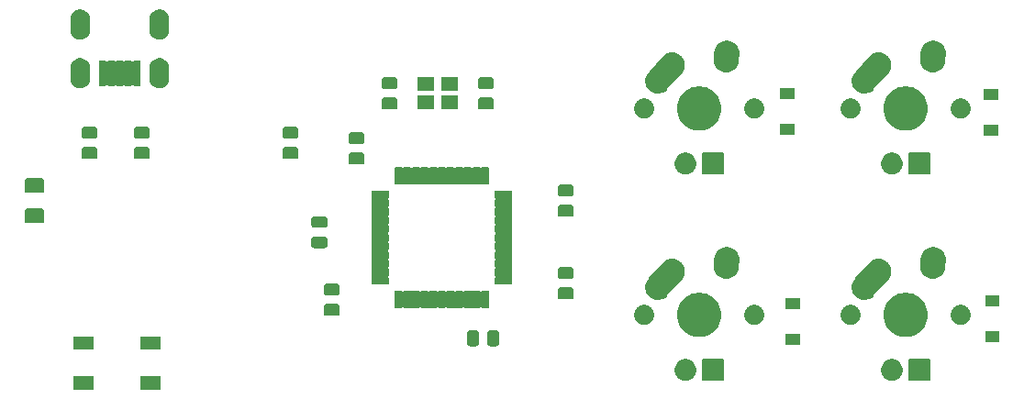
<source format=gbs>
G04 #@! TF.GenerationSoftware,KiCad,Pcbnew,8.0.4*
G04 #@! TF.CreationDate,2024-09-01T14:25:38-06:00*
G04 #@! TF.ProjectId,keyboard-pcb-mk1,6b657962-6f61-4726-942d-7063622d6d6b,rev?*
G04 #@! TF.SameCoordinates,Original*
G04 #@! TF.FileFunction,Soldermask,Bot*
G04 #@! TF.FilePolarity,Negative*
%FSLAX46Y46*%
G04 Gerber Fmt 4.6, Leading zero omitted, Abs format (unit mm)*
G04 Created by KiCad (PCBNEW 8.0.4) date 2024-09-01 14:25:38*
%MOMM*%
%LPD*%
G01*
G04 APERTURE LIST*
G04 APERTURE END LIST*
G36*
X95598517Y-131197882D02*
G01*
X95615062Y-131208938D01*
X95626118Y-131225483D01*
X95630000Y-131245000D01*
X95630000Y-132345000D01*
X95626118Y-132364517D01*
X95615062Y-132381062D01*
X95598517Y-132392118D01*
X95579000Y-132396000D01*
X93779000Y-132396000D01*
X93759483Y-132392118D01*
X93742938Y-132381062D01*
X93731882Y-132364517D01*
X93728000Y-132345000D01*
X93728000Y-131245000D01*
X93731882Y-131225483D01*
X93742938Y-131208938D01*
X93759483Y-131197882D01*
X93779000Y-131194000D01*
X95579000Y-131194000D01*
X95598517Y-131197882D01*
G37*
G36*
X101798517Y-131197882D02*
G01*
X101815062Y-131208938D01*
X101826118Y-131225483D01*
X101830000Y-131245000D01*
X101830000Y-132345000D01*
X101826118Y-132364517D01*
X101815062Y-132381062D01*
X101798517Y-132392118D01*
X101779000Y-132396000D01*
X99979000Y-132396000D01*
X99959483Y-132392118D01*
X99942938Y-132381062D01*
X99931882Y-132364517D01*
X99928000Y-132345000D01*
X99928000Y-131245000D01*
X99931882Y-131225483D01*
X99942938Y-131208938D01*
X99959483Y-131197882D01*
X99979000Y-131194000D01*
X101779000Y-131194000D01*
X101798517Y-131197882D01*
G37*
G36*
X150278877Y-129581314D02*
G01*
X150322540Y-129581314D01*
X150371163Y-129590403D01*
X150425773Y-129595782D01*
X150467261Y-129608367D01*
X150504476Y-129615324D01*
X150556021Y-129635292D01*
X150614023Y-129652887D01*
X150647160Y-129670599D01*
X150677062Y-129682183D01*
X150729016Y-129714352D01*
X150787515Y-129745620D01*
X150812095Y-129765792D01*
X150834421Y-129779616D01*
X150883887Y-129824710D01*
X150939582Y-129870418D01*
X150956086Y-129890529D01*
X150971197Y-129904304D01*
X151015059Y-129962388D01*
X151064380Y-130022485D01*
X151073917Y-130040329D01*
X151082738Y-130052009D01*
X151117831Y-130122486D01*
X151157113Y-130195977D01*
X151161302Y-130209786D01*
X151165236Y-130217687D01*
X151188478Y-130299373D01*
X151214218Y-130384227D01*
X151215063Y-130392811D01*
X151215886Y-130395702D01*
X151224439Y-130488006D01*
X151233500Y-130580000D01*
X151224438Y-130672001D01*
X151215886Y-130764297D01*
X151215063Y-130767187D01*
X151214218Y-130775773D01*
X151188473Y-130860641D01*
X151165236Y-130942312D01*
X151161302Y-130950210D01*
X151157113Y-130964023D01*
X151117824Y-131037526D01*
X151082738Y-131107990D01*
X151073919Y-131119667D01*
X151064380Y-131137515D01*
X151015050Y-131197623D01*
X150971197Y-131255695D01*
X150956090Y-131269466D01*
X150939582Y-131289582D01*
X150883876Y-131335298D01*
X150834421Y-131380383D01*
X150812099Y-131394203D01*
X150787515Y-131414380D01*
X150729005Y-131445654D01*
X150677062Y-131477816D01*
X150647167Y-131489397D01*
X150614023Y-131507113D01*
X150556009Y-131524711D01*
X150504476Y-131544675D01*
X150467267Y-131551630D01*
X150425773Y-131564218D01*
X150371160Y-131569596D01*
X150322540Y-131578686D01*
X150278877Y-131578686D01*
X150230000Y-131583500D01*
X150181123Y-131578686D01*
X150137460Y-131578686D01*
X150088838Y-131569596D01*
X150034227Y-131564218D01*
X149992733Y-131551631D01*
X149955523Y-131544675D01*
X149903986Y-131524709D01*
X149845977Y-131507113D01*
X149812835Y-131489398D01*
X149782937Y-131477816D01*
X149730987Y-131445650D01*
X149672485Y-131414380D01*
X149647903Y-131394206D01*
X149625578Y-131380383D01*
X149576113Y-131335289D01*
X149520418Y-131289582D01*
X149503912Y-131269470D01*
X149488802Y-131255695D01*
X149444936Y-131197607D01*
X149395620Y-131137515D01*
X149386082Y-131119671D01*
X149377261Y-131107990D01*
X149342160Y-131037499D01*
X149302887Y-130964023D01*
X149298698Y-130950215D01*
X149294763Y-130942312D01*
X149271510Y-130860588D01*
X149245782Y-130775773D01*
X149244936Y-130767192D01*
X149244113Y-130764297D01*
X149235544Y-130671830D01*
X149226500Y-130580000D01*
X149235543Y-130488177D01*
X149244113Y-130395702D01*
X149244937Y-130392805D01*
X149245782Y-130384227D01*
X149271505Y-130299426D01*
X149294763Y-130217687D01*
X149298699Y-130209781D01*
X149302887Y-130195977D01*
X149342153Y-130122514D01*
X149377261Y-130052009D01*
X149386084Y-130040324D01*
X149395620Y-130022485D01*
X149444927Y-129962403D01*
X149488802Y-129904304D01*
X149503916Y-129890525D01*
X149520418Y-129870418D01*
X149576102Y-129824719D01*
X149625578Y-129779616D01*
X149647908Y-129765789D01*
X149672485Y-129745620D01*
X149730975Y-129714356D01*
X149782937Y-129682183D01*
X149812842Y-129670597D01*
X149845977Y-129652887D01*
X149903974Y-129635293D01*
X149955523Y-129615324D01*
X149992740Y-129608366D01*
X150034227Y-129595782D01*
X150088835Y-129590403D01*
X150137460Y-129581314D01*
X150181123Y-129581314D01*
X150230000Y-129576500D01*
X150278877Y-129581314D01*
G37*
G36*
X153742017Y-129580382D02*
G01*
X153758562Y-129591438D01*
X153769618Y-129607983D01*
X153773500Y-129627500D01*
X153773500Y-131532500D01*
X153769618Y-131552017D01*
X153758562Y-131568562D01*
X153742017Y-131579618D01*
X153722500Y-131583500D01*
X151817500Y-131583500D01*
X151797983Y-131579618D01*
X151781438Y-131568562D01*
X151770382Y-131552017D01*
X151766500Y-131532500D01*
X151766500Y-129627500D01*
X151770382Y-129607983D01*
X151781438Y-129591438D01*
X151797983Y-129580382D01*
X151817500Y-129576500D01*
X153722500Y-129576500D01*
X153742017Y-129580382D01*
G37*
G36*
X169328877Y-129581314D02*
G01*
X169372540Y-129581314D01*
X169421163Y-129590403D01*
X169475773Y-129595782D01*
X169517261Y-129608367D01*
X169554476Y-129615324D01*
X169606021Y-129635292D01*
X169664023Y-129652887D01*
X169697160Y-129670599D01*
X169727062Y-129682183D01*
X169779016Y-129714352D01*
X169837515Y-129745620D01*
X169862095Y-129765792D01*
X169884421Y-129779616D01*
X169933887Y-129824710D01*
X169989582Y-129870418D01*
X170006086Y-129890529D01*
X170021197Y-129904304D01*
X170065059Y-129962388D01*
X170114380Y-130022485D01*
X170123917Y-130040329D01*
X170132738Y-130052009D01*
X170167831Y-130122486D01*
X170207113Y-130195977D01*
X170211302Y-130209786D01*
X170215236Y-130217687D01*
X170238478Y-130299373D01*
X170264218Y-130384227D01*
X170265063Y-130392811D01*
X170265886Y-130395702D01*
X170274439Y-130488006D01*
X170283500Y-130580000D01*
X170274438Y-130672001D01*
X170265886Y-130764297D01*
X170265063Y-130767187D01*
X170264218Y-130775773D01*
X170238473Y-130860641D01*
X170215236Y-130942312D01*
X170211302Y-130950210D01*
X170207113Y-130964023D01*
X170167824Y-131037526D01*
X170132738Y-131107990D01*
X170123919Y-131119667D01*
X170114380Y-131137515D01*
X170065050Y-131197623D01*
X170021197Y-131255695D01*
X170006090Y-131269466D01*
X169989582Y-131289582D01*
X169933876Y-131335298D01*
X169884421Y-131380383D01*
X169862099Y-131394203D01*
X169837515Y-131414380D01*
X169779005Y-131445654D01*
X169727062Y-131477816D01*
X169697167Y-131489397D01*
X169664023Y-131507113D01*
X169606009Y-131524711D01*
X169554476Y-131544675D01*
X169517267Y-131551630D01*
X169475773Y-131564218D01*
X169421160Y-131569596D01*
X169372540Y-131578686D01*
X169328877Y-131578686D01*
X169280000Y-131583500D01*
X169231123Y-131578686D01*
X169187460Y-131578686D01*
X169138838Y-131569596D01*
X169084227Y-131564218D01*
X169042733Y-131551631D01*
X169005523Y-131544675D01*
X168953986Y-131524709D01*
X168895977Y-131507113D01*
X168862835Y-131489398D01*
X168832937Y-131477816D01*
X168780987Y-131445650D01*
X168722485Y-131414380D01*
X168697903Y-131394206D01*
X168675578Y-131380383D01*
X168626113Y-131335289D01*
X168570418Y-131289582D01*
X168553912Y-131269470D01*
X168538802Y-131255695D01*
X168494936Y-131197607D01*
X168445620Y-131137515D01*
X168436082Y-131119671D01*
X168427261Y-131107990D01*
X168392160Y-131037499D01*
X168352887Y-130964023D01*
X168348698Y-130950215D01*
X168344763Y-130942312D01*
X168321510Y-130860588D01*
X168295782Y-130775773D01*
X168294936Y-130767192D01*
X168294113Y-130764297D01*
X168285544Y-130671830D01*
X168276500Y-130580000D01*
X168285543Y-130488177D01*
X168294113Y-130395702D01*
X168294937Y-130392805D01*
X168295782Y-130384227D01*
X168321505Y-130299426D01*
X168344763Y-130217687D01*
X168348699Y-130209781D01*
X168352887Y-130195977D01*
X168392153Y-130122514D01*
X168427261Y-130052009D01*
X168436084Y-130040324D01*
X168445620Y-130022485D01*
X168494927Y-129962403D01*
X168538802Y-129904304D01*
X168553916Y-129890525D01*
X168570418Y-129870418D01*
X168626102Y-129824719D01*
X168675578Y-129779616D01*
X168697908Y-129765789D01*
X168722485Y-129745620D01*
X168780975Y-129714356D01*
X168832937Y-129682183D01*
X168862842Y-129670597D01*
X168895977Y-129652887D01*
X168953974Y-129635293D01*
X169005523Y-129615324D01*
X169042740Y-129608366D01*
X169084227Y-129595782D01*
X169138835Y-129590403D01*
X169187460Y-129581314D01*
X169231123Y-129581314D01*
X169280000Y-129576500D01*
X169328877Y-129581314D01*
G37*
G36*
X172792017Y-129580382D02*
G01*
X172808562Y-129591438D01*
X172819618Y-129607983D01*
X172823500Y-129627500D01*
X172823500Y-131532500D01*
X172819618Y-131552017D01*
X172808562Y-131568562D01*
X172792017Y-131579618D01*
X172772500Y-131583500D01*
X170867500Y-131583500D01*
X170847983Y-131579618D01*
X170831438Y-131568562D01*
X170820382Y-131552017D01*
X170816500Y-131532500D01*
X170816500Y-129627500D01*
X170820382Y-129607983D01*
X170831438Y-129591438D01*
X170847983Y-129580382D01*
X170867500Y-129576500D01*
X172772500Y-129576500D01*
X172792017Y-129580382D01*
G37*
G36*
X95598517Y-127497882D02*
G01*
X95615062Y-127508938D01*
X95626118Y-127525483D01*
X95630000Y-127545000D01*
X95630000Y-128645000D01*
X95626118Y-128664517D01*
X95615062Y-128681062D01*
X95598517Y-128692118D01*
X95579000Y-128696000D01*
X93779000Y-128696000D01*
X93759483Y-128692118D01*
X93742938Y-128681062D01*
X93731882Y-128664517D01*
X93728000Y-128645000D01*
X93728000Y-127545000D01*
X93731882Y-127525483D01*
X93742938Y-127508938D01*
X93759483Y-127497882D01*
X93779000Y-127494000D01*
X95579000Y-127494000D01*
X95598517Y-127497882D01*
G37*
G36*
X101798517Y-127497882D02*
G01*
X101815062Y-127508938D01*
X101826118Y-127525483D01*
X101830000Y-127545000D01*
X101830000Y-128645000D01*
X101826118Y-128664517D01*
X101815062Y-128681062D01*
X101798517Y-128692118D01*
X101779000Y-128696000D01*
X99979000Y-128696000D01*
X99959483Y-128692118D01*
X99942938Y-128681062D01*
X99931882Y-128664517D01*
X99928000Y-128645000D01*
X99928000Y-127545000D01*
X99931882Y-127525483D01*
X99942938Y-127508938D01*
X99959483Y-127497882D01*
X99979000Y-127494000D01*
X101779000Y-127494000D01*
X101798517Y-127497882D01*
G37*
G36*
X130934733Y-126915829D02*
G01*
X130950330Y-126922716D01*
X130957850Y-126923907D01*
X130989166Y-126939863D01*
X131033824Y-126959582D01*
X131110418Y-127036176D01*
X131130139Y-127080840D01*
X131146092Y-127112149D01*
X131147282Y-127119666D01*
X131154171Y-127135267D01*
X131162000Y-127202750D01*
X131162000Y-128115250D01*
X131154171Y-128182733D01*
X131147282Y-128198334D01*
X131146092Y-128205850D01*
X131130142Y-128237152D01*
X131110418Y-128281824D01*
X131033824Y-128358418D01*
X130989152Y-128378142D01*
X130957850Y-128394092D01*
X130950334Y-128395282D01*
X130934733Y-128402171D01*
X130867250Y-128410000D01*
X130379750Y-128410000D01*
X130312267Y-128402171D01*
X130296666Y-128395282D01*
X130289149Y-128394092D01*
X130257840Y-128378139D01*
X130213176Y-128358418D01*
X130136582Y-128281824D01*
X130116863Y-128237166D01*
X130100907Y-128205850D01*
X130099716Y-128198330D01*
X130092829Y-128182733D01*
X130085000Y-128115250D01*
X130085000Y-127202750D01*
X130092829Y-127135267D01*
X130099715Y-127119669D01*
X130100907Y-127112149D01*
X130116867Y-127080825D01*
X130136582Y-127036176D01*
X130213176Y-126959582D01*
X130257825Y-126939867D01*
X130289149Y-126923907D01*
X130296669Y-126922715D01*
X130312267Y-126915829D01*
X130379750Y-126908000D01*
X130867250Y-126908000D01*
X130934733Y-126915829D01*
G37*
G36*
X132809733Y-126915829D02*
G01*
X132825330Y-126922716D01*
X132832850Y-126923907D01*
X132864166Y-126939863D01*
X132908824Y-126959582D01*
X132985418Y-127036176D01*
X133005139Y-127080840D01*
X133021092Y-127112149D01*
X133022282Y-127119666D01*
X133029171Y-127135267D01*
X133037000Y-127202750D01*
X133037000Y-128115250D01*
X133029171Y-128182733D01*
X133022282Y-128198334D01*
X133021092Y-128205850D01*
X133005142Y-128237152D01*
X132985418Y-128281824D01*
X132908824Y-128358418D01*
X132864152Y-128378142D01*
X132832850Y-128394092D01*
X132825334Y-128395282D01*
X132809733Y-128402171D01*
X132742250Y-128410000D01*
X132254750Y-128410000D01*
X132187267Y-128402171D01*
X132171666Y-128395282D01*
X132164149Y-128394092D01*
X132132840Y-128378139D01*
X132088176Y-128358418D01*
X132011582Y-128281824D01*
X131991863Y-128237166D01*
X131975907Y-128205850D01*
X131974716Y-128198330D01*
X131967829Y-128182733D01*
X131960000Y-128115250D01*
X131960000Y-127202750D01*
X131967829Y-127135267D01*
X131974715Y-127119669D01*
X131975907Y-127112149D01*
X131991867Y-127080825D01*
X132011582Y-127036176D01*
X132088176Y-126959582D01*
X132132825Y-126939867D01*
X132164149Y-126923907D01*
X132171669Y-126922715D01*
X132187267Y-126915829D01*
X132254750Y-126908000D01*
X132742250Y-126908000D01*
X132809733Y-126915829D01*
G37*
G36*
X160755517Y-127287882D02*
G01*
X160772062Y-127298938D01*
X160783118Y-127315483D01*
X160787000Y-127335000D01*
X160787000Y-128235000D01*
X160783118Y-128254517D01*
X160772062Y-128271062D01*
X160755517Y-128282118D01*
X160736000Y-128286000D01*
X159536000Y-128286000D01*
X159516483Y-128282118D01*
X159499938Y-128271062D01*
X159488882Y-128254517D01*
X159485000Y-128235000D01*
X159485000Y-127335000D01*
X159488882Y-127315483D01*
X159499938Y-127298938D01*
X159516483Y-127287882D01*
X159536000Y-127284000D01*
X160736000Y-127284000D01*
X160755517Y-127287882D01*
G37*
G36*
X179170517Y-127033882D02*
G01*
X179187062Y-127044938D01*
X179198118Y-127061483D01*
X179202000Y-127081000D01*
X179202000Y-127981000D01*
X179198118Y-128000517D01*
X179187062Y-128017062D01*
X179170517Y-128028118D01*
X179151000Y-128032000D01*
X177951000Y-128032000D01*
X177931483Y-128028118D01*
X177914938Y-128017062D01*
X177903882Y-128000517D01*
X177900000Y-127981000D01*
X177900000Y-127081000D01*
X177903882Y-127061483D01*
X177914938Y-127044938D01*
X177931483Y-127033882D01*
X177951000Y-127030000D01*
X179151000Y-127030000D01*
X179170517Y-127033882D01*
G37*
G36*
X151916047Y-123497871D02*
G01*
X152184795Y-123573171D01*
X152440787Y-123684364D01*
X152679254Y-123829378D01*
X152895753Y-124005514D01*
X153086252Y-124209488D01*
X153247202Y-124437503D01*
X153375605Y-124685310D01*
X153469070Y-124948293D01*
X153525854Y-125221553D01*
X153544900Y-125500000D01*
X153525854Y-125778447D01*
X153469070Y-126051707D01*
X153375605Y-126314690D01*
X153247202Y-126562497D01*
X153086252Y-126790512D01*
X152895753Y-126994486D01*
X152679254Y-127170622D01*
X152440787Y-127315636D01*
X152184795Y-127426829D01*
X151916047Y-127502129D01*
X151639549Y-127540133D01*
X151360451Y-127540133D01*
X151083953Y-127502129D01*
X150815205Y-127426829D01*
X150559213Y-127315636D01*
X150320746Y-127170622D01*
X150104247Y-126994486D01*
X149913748Y-126790512D01*
X149752798Y-126562497D01*
X149624395Y-126314690D01*
X149530930Y-126051707D01*
X149474146Y-125778447D01*
X149455100Y-125500000D01*
X149474146Y-125221553D01*
X149530930Y-124948293D01*
X149624395Y-124685310D01*
X149752798Y-124437503D01*
X149913748Y-124209488D01*
X150104247Y-124005514D01*
X150320746Y-123829378D01*
X150559213Y-123684364D01*
X150815205Y-123573171D01*
X151083953Y-123497871D01*
X151360451Y-123459867D01*
X151639549Y-123459867D01*
X151916047Y-123497871D01*
G37*
G36*
X170966047Y-123497871D02*
G01*
X171234795Y-123573171D01*
X171490787Y-123684364D01*
X171729254Y-123829378D01*
X171945753Y-124005514D01*
X172136252Y-124209488D01*
X172297202Y-124437503D01*
X172425605Y-124685310D01*
X172519070Y-124948293D01*
X172575854Y-125221553D01*
X172594900Y-125500000D01*
X172575854Y-125778447D01*
X172519070Y-126051707D01*
X172425605Y-126314690D01*
X172297202Y-126562497D01*
X172136252Y-126790512D01*
X171945753Y-126994486D01*
X171729254Y-127170622D01*
X171490787Y-127315636D01*
X171234795Y-127426829D01*
X170966047Y-127502129D01*
X170689549Y-127540133D01*
X170410451Y-127540133D01*
X170133953Y-127502129D01*
X169865205Y-127426829D01*
X169609213Y-127315636D01*
X169370746Y-127170622D01*
X169154247Y-126994486D01*
X168963748Y-126790512D01*
X168802798Y-126562497D01*
X168674395Y-126314690D01*
X168580930Y-126051707D01*
X168524146Y-125778447D01*
X168505100Y-125500000D01*
X168524146Y-125221553D01*
X168580930Y-124948293D01*
X168674395Y-124685310D01*
X168802798Y-124437503D01*
X168963748Y-124209488D01*
X169154247Y-124005514D01*
X169370746Y-123829378D01*
X169609213Y-123684364D01*
X169865205Y-123573171D01*
X170133953Y-123497871D01*
X170410451Y-123459867D01*
X170689549Y-123459867D01*
X170966047Y-123497871D01*
G37*
G36*
X146465372Y-124579073D02*
G01*
X146516793Y-124579073D01*
X146561198Y-124588511D01*
X146600533Y-124592386D01*
X146649948Y-124607375D01*
X146706150Y-124619322D01*
X146742115Y-124635334D01*
X146774136Y-124645048D01*
X146825024Y-124672247D01*
X146883000Y-124698060D01*
X146909950Y-124717641D01*
X146934121Y-124730560D01*
X146983429Y-124771026D01*
X147039615Y-124811848D01*
X147057857Y-124832108D01*
X147074353Y-124845646D01*
X147118681Y-124899659D01*
X147169150Y-124955711D01*
X147179752Y-124974074D01*
X147189439Y-124985878D01*
X147225266Y-125052908D01*
X147265943Y-125123362D01*
X147270623Y-125137766D01*
X147274951Y-125145863D01*
X147298810Y-125224517D01*
X147325765Y-125307474D01*
X147326713Y-125316501D01*
X147327613Y-125319466D01*
X147336374Y-125408416D01*
X147346000Y-125500000D01*
X147336373Y-125591590D01*
X147327613Y-125680533D01*
X147326714Y-125683496D01*
X147325765Y-125692526D01*
X147298806Y-125775496D01*
X147274951Y-125854136D01*
X147270624Y-125862231D01*
X147265943Y-125876638D01*
X147225259Y-125947103D01*
X147189439Y-126014121D01*
X147179754Y-126025921D01*
X147169150Y-126044289D01*
X147118671Y-126100350D01*
X147074353Y-126154353D01*
X147057861Y-126167887D01*
X147039615Y-126188152D01*
X146983418Y-126228980D01*
X146934121Y-126269439D01*
X146909956Y-126282355D01*
X146883000Y-126301940D01*
X146825012Y-126327757D01*
X146774136Y-126354951D01*
X146742122Y-126364662D01*
X146706150Y-126380678D01*
X146649937Y-126392626D01*
X146600533Y-126407613D01*
X146561207Y-126411486D01*
X146516793Y-126420927D01*
X146465362Y-126420927D01*
X146420000Y-126425395D01*
X146374638Y-126420927D01*
X146323207Y-126420927D01*
X146278793Y-126411486D01*
X146239466Y-126407613D01*
X146190059Y-126392625D01*
X146133850Y-126380678D01*
X146097880Y-126364663D01*
X146065863Y-126354951D01*
X146014981Y-126327754D01*
X145957000Y-126301940D01*
X145930046Y-126282357D01*
X145905878Y-126269439D01*
X145856572Y-126228974D01*
X145800385Y-126188152D01*
X145782141Y-126167890D01*
X145765646Y-126154353D01*
X145721316Y-126100338D01*
X145670850Y-126044289D01*
X145660248Y-126025925D01*
X145650560Y-126014121D01*
X145614726Y-125947080D01*
X145574057Y-125876638D01*
X145569377Y-125862236D01*
X145565048Y-125854136D01*
X145541178Y-125775450D01*
X145514235Y-125692526D01*
X145513286Y-125683501D01*
X145512386Y-125680533D01*
X145503610Y-125591439D01*
X145494000Y-125500000D01*
X145503609Y-125408568D01*
X145512386Y-125319466D01*
X145513286Y-125316496D01*
X145514235Y-125307474D01*
X145541174Y-125224564D01*
X145565048Y-125145863D01*
X145569378Y-125137761D01*
X145574057Y-125123362D01*
X145614719Y-125052932D01*
X145650560Y-124985878D01*
X145660250Y-124974070D01*
X145670850Y-124955711D01*
X145721307Y-124899672D01*
X145765646Y-124845646D01*
X145782144Y-124832105D01*
X145800385Y-124811848D01*
X145856561Y-124771033D01*
X145905878Y-124730560D01*
X145930051Y-124717639D01*
X145957000Y-124698060D01*
X146014969Y-124672250D01*
X146065863Y-124645048D01*
X146097887Y-124635333D01*
X146133850Y-124619322D01*
X146190048Y-124607376D01*
X146239466Y-124592386D01*
X146278802Y-124588511D01*
X146323207Y-124579073D01*
X146374628Y-124579073D01*
X146420000Y-124574604D01*
X146465372Y-124579073D01*
G37*
G36*
X156625372Y-124579073D02*
G01*
X156676793Y-124579073D01*
X156721198Y-124588511D01*
X156760533Y-124592386D01*
X156809948Y-124607375D01*
X156866150Y-124619322D01*
X156902115Y-124635334D01*
X156934136Y-124645048D01*
X156985024Y-124672247D01*
X157043000Y-124698060D01*
X157069950Y-124717641D01*
X157094121Y-124730560D01*
X157143429Y-124771026D01*
X157199615Y-124811848D01*
X157217857Y-124832108D01*
X157234353Y-124845646D01*
X157278681Y-124899659D01*
X157329150Y-124955711D01*
X157339752Y-124974074D01*
X157349439Y-124985878D01*
X157385266Y-125052908D01*
X157425943Y-125123362D01*
X157430623Y-125137766D01*
X157434951Y-125145863D01*
X157458810Y-125224517D01*
X157485765Y-125307474D01*
X157486713Y-125316501D01*
X157487613Y-125319466D01*
X157496374Y-125408416D01*
X157506000Y-125500000D01*
X157496373Y-125591590D01*
X157487613Y-125680533D01*
X157486714Y-125683496D01*
X157485765Y-125692526D01*
X157458806Y-125775496D01*
X157434951Y-125854136D01*
X157430624Y-125862231D01*
X157425943Y-125876638D01*
X157385259Y-125947103D01*
X157349439Y-126014121D01*
X157339754Y-126025921D01*
X157329150Y-126044289D01*
X157278671Y-126100350D01*
X157234353Y-126154353D01*
X157217861Y-126167887D01*
X157199615Y-126188152D01*
X157143418Y-126228980D01*
X157094121Y-126269439D01*
X157069956Y-126282355D01*
X157043000Y-126301940D01*
X156985012Y-126327757D01*
X156934136Y-126354951D01*
X156902122Y-126364662D01*
X156866150Y-126380678D01*
X156809937Y-126392626D01*
X156760533Y-126407613D01*
X156721207Y-126411486D01*
X156676793Y-126420927D01*
X156625362Y-126420927D01*
X156580000Y-126425395D01*
X156534638Y-126420927D01*
X156483207Y-126420927D01*
X156438793Y-126411486D01*
X156399466Y-126407613D01*
X156350059Y-126392625D01*
X156293850Y-126380678D01*
X156257880Y-126364663D01*
X156225863Y-126354951D01*
X156174981Y-126327754D01*
X156117000Y-126301940D01*
X156090046Y-126282357D01*
X156065878Y-126269439D01*
X156016572Y-126228974D01*
X155960385Y-126188152D01*
X155942141Y-126167890D01*
X155925646Y-126154353D01*
X155881316Y-126100338D01*
X155830850Y-126044289D01*
X155820248Y-126025925D01*
X155810560Y-126014121D01*
X155774726Y-125947080D01*
X155734057Y-125876638D01*
X155729377Y-125862236D01*
X155725048Y-125854136D01*
X155701178Y-125775450D01*
X155674235Y-125692526D01*
X155673286Y-125683501D01*
X155672386Y-125680533D01*
X155663610Y-125591439D01*
X155654000Y-125500000D01*
X155663609Y-125408568D01*
X155672386Y-125319466D01*
X155673286Y-125316496D01*
X155674235Y-125307474D01*
X155701174Y-125224564D01*
X155725048Y-125145863D01*
X155729378Y-125137761D01*
X155734057Y-125123362D01*
X155774719Y-125052932D01*
X155810560Y-124985878D01*
X155820250Y-124974070D01*
X155830850Y-124955711D01*
X155881307Y-124899672D01*
X155925646Y-124845646D01*
X155942144Y-124832105D01*
X155960385Y-124811848D01*
X156016561Y-124771033D01*
X156065878Y-124730560D01*
X156090051Y-124717639D01*
X156117000Y-124698060D01*
X156174969Y-124672250D01*
X156225863Y-124645048D01*
X156257887Y-124635333D01*
X156293850Y-124619322D01*
X156350048Y-124607376D01*
X156399466Y-124592386D01*
X156438802Y-124588511D01*
X156483207Y-124579073D01*
X156534628Y-124579073D01*
X156580000Y-124574604D01*
X156625372Y-124579073D01*
G37*
G36*
X165515372Y-124579073D02*
G01*
X165566793Y-124579073D01*
X165611198Y-124588511D01*
X165650533Y-124592386D01*
X165699948Y-124607375D01*
X165756150Y-124619322D01*
X165792115Y-124635334D01*
X165824136Y-124645048D01*
X165875024Y-124672247D01*
X165933000Y-124698060D01*
X165959950Y-124717641D01*
X165984121Y-124730560D01*
X166033429Y-124771026D01*
X166089615Y-124811848D01*
X166107857Y-124832108D01*
X166124353Y-124845646D01*
X166168681Y-124899659D01*
X166219150Y-124955711D01*
X166229752Y-124974074D01*
X166239439Y-124985878D01*
X166275266Y-125052908D01*
X166315943Y-125123362D01*
X166320623Y-125137766D01*
X166324951Y-125145863D01*
X166348810Y-125224517D01*
X166375765Y-125307474D01*
X166376713Y-125316501D01*
X166377613Y-125319466D01*
X166386374Y-125408416D01*
X166396000Y-125500000D01*
X166386373Y-125591590D01*
X166377613Y-125680533D01*
X166376714Y-125683496D01*
X166375765Y-125692526D01*
X166348806Y-125775496D01*
X166324951Y-125854136D01*
X166320624Y-125862231D01*
X166315943Y-125876638D01*
X166275259Y-125947103D01*
X166239439Y-126014121D01*
X166229754Y-126025921D01*
X166219150Y-126044289D01*
X166168671Y-126100350D01*
X166124353Y-126154353D01*
X166107861Y-126167887D01*
X166089615Y-126188152D01*
X166033418Y-126228980D01*
X165984121Y-126269439D01*
X165959956Y-126282355D01*
X165933000Y-126301940D01*
X165875012Y-126327757D01*
X165824136Y-126354951D01*
X165792122Y-126364662D01*
X165756150Y-126380678D01*
X165699937Y-126392626D01*
X165650533Y-126407613D01*
X165611207Y-126411486D01*
X165566793Y-126420927D01*
X165515362Y-126420927D01*
X165470000Y-126425395D01*
X165424638Y-126420927D01*
X165373207Y-126420927D01*
X165328793Y-126411486D01*
X165289466Y-126407613D01*
X165240059Y-126392625D01*
X165183850Y-126380678D01*
X165147880Y-126364663D01*
X165115863Y-126354951D01*
X165064981Y-126327754D01*
X165007000Y-126301940D01*
X164980046Y-126282357D01*
X164955878Y-126269439D01*
X164906572Y-126228974D01*
X164850385Y-126188152D01*
X164832141Y-126167890D01*
X164815646Y-126154353D01*
X164771316Y-126100338D01*
X164720850Y-126044289D01*
X164710248Y-126025925D01*
X164700560Y-126014121D01*
X164664726Y-125947080D01*
X164624057Y-125876638D01*
X164619377Y-125862236D01*
X164615048Y-125854136D01*
X164591178Y-125775450D01*
X164564235Y-125692526D01*
X164563286Y-125683501D01*
X164562386Y-125680533D01*
X164553610Y-125591439D01*
X164544000Y-125500000D01*
X164553609Y-125408568D01*
X164562386Y-125319466D01*
X164563286Y-125316496D01*
X164564235Y-125307474D01*
X164591174Y-125224564D01*
X164615048Y-125145863D01*
X164619378Y-125137761D01*
X164624057Y-125123362D01*
X164664719Y-125052932D01*
X164700560Y-124985878D01*
X164710250Y-124974070D01*
X164720850Y-124955711D01*
X164771307Y-124899672D01*
X164815646Y-124845646D01*
X164832144Y-124832105D01*
X164850385Y-124811848D01*
X164906561Y-124771033D01*
X164955878Y-124730560D01*
X164980051Y-124717639D01*
X165007000Y-124698060D01*
X165064969Y-124672250D01*
X165115863Y-124645048D01*
X165147887Y-124635333D01*
X165183850Y-124619322D01*
X165240048Y-124607376D01*
X165289466Y-124592386D01*
X165328802Y-124588511D01*
X165373207Y-124579073D01*
X165424628Y-124579073D01*
X165470000Y-124574604D01*
X165515372Y-124579073D01*
G37*
G36*
X175675372Y-124579073D02*
G01*
X175726793Y-124579073D01*
X175771198Y-124588511D01*
X175810533Y-124592386D01*
X175859948Y-124607375D01*
X175916150Y-124619322D01*
X175952115Y-124635334D01*
X175984136Y-124645048D01*
X176035024Y-124672247D01*
X176093000Y-124698060D01*
X176119950Y-124717641D01*
X176144121Y-124730560D01*
X176193429Y-124771026D01*
X176249615Y-124811848D01*
X176267857Y-124832108D01*
X176284353Y-124845646D01*
X176328681Y-124899659D01*
X176379150Y-124955711D01*
X176389752Y-124974074D01*
X176399439Y-124985878D01*
X176435266Y-125052908D01*
X176475943Y-125123362D01*
X176480623Y-125137766D01*
X176484951Y-125145863D01*
X176508810Y-125224517D01*
X176535765Y-125307474D01*
X176536713Y-125316501D01*
X176537613Y-125319466D01*
X176546374Y-125408416D01*
X176556000Y-125500000D01*
X176546373Y-125591590D01*
X176537613Y-125680533D01*
X176536714Y-125683496D01*
X176535765Y-125692526D01*
X176508806Y-125775496D01*
X176484951Y-125854136D01*
X176480624Y-125862231D01*
X176475943Y-125876638D01*
X176435259Y-125947103D01*
X176399439Y-126014121D01*
X176389754Y-126025921D01*
X176379150Y-126044289D01*
X176328671Y-126100350D01*
X176284353Y-126154353D01*
X176267861Y-126167887D01*
X176249615Y-126188152D01*
X176193418Y-126228980D01*
X176144121Y-126269439D01*
X176119956Y-126282355D01*
X176093000Y-126301940D01*
X176035012Y-126327757D01*
X175984136Y-126354951D01*
X175952122Y-126364662D01*
X175916150Y-126380678D01*
X175859937Y-126392626D01*
X175810533Y-126407613D01*
X175771207Y-126411486D01*
X175726793Y-126420927D01*
X175675362Y-126420927D01*
X175630000Y-126425395D01*
X175584638Y-126420927D01*
X175533207Y-126420927D01*
X175488793Y-126411486D01*
X175449466Y-126407613D01*
X175400059Y-126392625D01*
X175343850Y-126380678D01*
X175307880Y-126364663D01*
X175275863Y-126354951D01*
X175224981Y-126327754D01*
X175167000Y-126301940D01*
X175140046Y-126282357D01*
X175115878Y-126269439D01*
X175066572Y-126228974D01*
X175010385Y-126188152D01*
X174992141Y-126167890D01*
X174975646Y-126154353D01*
X174931316Y-126100338D01*
X174880850Y-126044289D01*
X174870248Y-126025925D01*
X174860560Y-126014121D01*
X174824726Y-125947080D01*
X174784057Y-125876638D01*
X174779377Y-125862236D01*
X174775048Y-125854136D01*
X174751178Y-125775450D01*
X174724235Y-125692526D01*
X174723286Y-125683501D01*
X174722386Y-125680533D01*
X174713610Y-125591439D01*
X174704000Y-125500000D01*
X174713609Y-125408568D01*
X174722386Y-125319466D01*
X174723286Y-125316496D01*
X174724235Y-125307474D01*
X174751174Y-125224564D01*
X174775048Y-125145863D01*
X174779378Y-125137761D01*
X174784057Y-125123362D01*
X174824719Y-125052932D01*
X174860560Y-124985878D01*
X174870250Y-124974070D01*
X174880850Y-124955711D01*
X174931307Y-124899672D01*
X174975646Y-124845646D01*
X174992144Y-124832105D01*
X175010385Y-124811848D01*
X175066561Y-124771033D01*
X175115878Y-124730560D01*
X175140051Y-124717639D01*
X175167000Y-124698060D01*
X175224969Y-124672250D01*
X175275863Y-124645048D01*
X175307887Y-124635333D01*
X175343850Y-124619322D01*
X175400048Y-124607376D01*
X175449466Y-124592386D01*
X175488802Y-124588511D01*
X175533207Y-124579073D01*
X175584628Y-124579073D01*
X175630000Y-124574604D01*
X175675372Y-124579073D01*
G37*
G36*
X118114733Y-124509829D02*
G01*
X118130330Y-124516716D01*
X118137850Y-124517907D01*
X118169166Y-124533863D01*
X118213824Y-124553582D01*
X118290418Y-124630176D01*
X118310139Y-124674840D01*
X118326092Y-124706149D01*
X118327282Y-124713666D01*
X118334171Y-124729267D01*
X118342000Y-124796750D01*
X118342000Y-125284250D01*
X118334171Y-125351733D01*
X118327282Y-125367334D01*
X118326092Y-125374850D01*
X118310142Y-125406152D01*
X118290418Y-125450824D01*
X118213824Y-125527418D01*
X118169152Y-125547142D01*
X118137850Y-125563092D01*
X118130334Y-125564282D01*
X118114733Y-125571171D01*
X118047250Y-125579000D01*
X117134750Y-125579000D01*
X117067267Y-125571171D01*
X117051666Y-125564282D01*
X117044149Y-125563092D01*
X117012840Y-125547139D01*
X116968176Y-125527418D01*
X116891582Y-125450824D01*
X116871863Y-125406166D01*
X116855907Y-125374850D01*
X116854716Y-125367330D01*
X116847829Y-125351733D01*
X116840000Y-125284250D01*
X116840000Y-124796750D01*
X116847829Y-124729267D01*
X116854715Y-124713669D01*
X116855907Y-124706149D01*
X116871867Y-124674825D01*
X116891582Y-124630176D01*
X116968176Y-124553582D01*
X117012825Y-124533867D01*
X117044149Y-124517907D01*
X117051669Y-124516715D01*
X117067267Y-124509829D01*
X117134750Y-124502000D01*
X118047250Y-124502000D01*
X118114733Y-124509829D01*
G37*
G36*
X160755517Y-123987882D02*
G01*
X160772062Y-123998938D01*
X160783118Y-124015483D01*
X160787000Y-124035000D01*
X160787000Y-124935000D01*
X160783118Y-124954517D01*
X160772062Y-124971062D01*
X160755517Y-124982118D01*
X160736000Y-124986000D01*
X159536000Y-124986000D01*
X159516483Y-124982118D01*
X159499938Y-124971062D01*
X159488882Y-124954517D01*
X159485000Y-124935000D01*
X159485000Y-124035000D01*
X159488882Y-124015483D01*
X159499938Y-123998938D01*
X159516483Y-123987882D01*
X159536000Y-123984000D01*
X160736000Y-123984000D01*
X160755517Y-123987882D01*
G37*
G36*
X124045517Y-123290882D02*
G01*
X124062062Y-123301938D01*
X124073118Y-123318483D01*
X124074340Y-123324629D01*
X124084193Y-123339372D01*
X124217807Y-123339372D01*
X124227659Y-123324628D01*
X124228882Y-123318483D01*
X124239938Y-123301938D01*
X124256483Y-123290882D01*
X124276000Y-123287000D01*
X124826000Y-123287000D01*
X124845517Y-123290882D01*
X124862062Y-123301938D01*
X124873118Y-123318483D01*
X124874340Y-123324629D01*
X124884193Y-123339372D01*
X125017807Y-123339372D01*
X125027659Y-123324628D01*
X125028882Y-123318483D01*
X125039938Y-123301938D01*
X125056483Y-123290882D01*
X125076000Y-123287000D01*
X125626000Y-123287000D01*
X125645517Y-123290882D01*
X125662062Y-123301938D01*
X125673118Y-123318483D01*
X125674340Y-123324629D01*
X125684193Y-123339372D01*
X125817807Y-123339372D01*
X125827659Y-123324628D01*
X125828882Y-123318483D01*
X125839938Y-123301938D01*
X125856483Y-123290882D01*
X125876000Y-123287000D01*
X126426000Y-123287000D01*
X126445517Y-123290882D01*
X126462062Y-123301938D01*
X126473118Y-123318483D01*
X126474340Y-123324629D01*
X126484193Y-123339372D01*
X126617807Y-123339372D01*
X126627659Y-123324628D01*
X126628882Y-123318483D01*
X126639938Y-123301938D01*
X126656483Y-123290882D01*
X126676000Y-123287000D01*
X127226000Y-123287000D01*
X127245517Y-123290882D01*
X127262062Y-123301938D01*
X127273118Y-123318483D01*
X127274340Y-123324629D01*
X127284193Y-123339372D01*
X127417807Y-123339372D01*
X127427659Y-123324628D01*
X127428882Y-123318483D01*
X127439938Y-123301938D01*
X127456483Y-123290882D01*
X127476000Y-123287000D01*
X128026000Y-123287000D01*
X128045517Y-123290882D01*
X128062062Y-123301938D01*
X128073118Y-123318483D01*
X128074340Y-123324629D01*
X128084193Y-123339372D01*
X128217807Y-123339372D01*
X128227659Y-123324628D01*
X128228882Y-123318483D01*
X128239938Y-123301938D01*
X128256483Y-123290882D01*
X128276000Y-123287000D01*
X128826000Y-123287000D01*
X128845517Y-123290882D01*
X128862062Y-123301938D01*
X128873118Y-123318483D01*
X128874340Y-123324629D01*
X128884193Y-123339372D01*
X129017807Y-123339372D01*
X129027659Y-123324628D01*
X129028882Y-123318483D01*
X129039938Y-123301938D01*
X129056483Y-123290882D01*
X129076000Y-123287000D01*
X129626000Y-123287000D01*
X129645517Y-123290882D01*
X129662062Y-123301938D01*
X129673118Y-123318483D01*
X129674340Y-123324629D01*
X129684193Y-123339372D01*
X129817807Y-123339372D01*
X129827659Y-123324628D01*
X129828882Y-123318483D01*
X129839938Y-123301938D01*
X129856483Y-123290882D01*
X129876000Y-123287000D01*
X130426000Y-123287000D01*
X130445517Y-123290882D01*
X130462062Y-123301938D01*
X130473118Y-123318483D01*
X130474340Y-123324629D01*
X130484193Y-123339372D01*
X130617807Y-123339372D01*
X130627659Y-123324628D01*
X130628882Y-123318483D01*
X130639938Y-123301938D01*
X130656483Y-123290882D01*
X130676000Y-123287000D01*
X131226000Y-123287000D01*
X131245517Y-123290882D01*
X131262062Y-123301938D01*
X131273118Y-123318483D01*
X131274340Y-123324629D01*
X131284193Y-123339372D01*
X131417807Y-123339372D01*
X131427659Y-123324628D01*
X131428882Y-123318483D01*
X131439938Y-123301938D01*
X131456483Y-123290882D01*
X131476000Y-123287000D01*
X132026000Y-123287000D01*
X132045517Y-123290882D01*
X132062062Y-123301938D01*
X132073118Y-123318483D01*
X132077000Y-123338000D01*
X132077000Y-124838000D01*
X132073118Y-124857517D01*
X132062062Y-124874062D01*
X132045517Y-124885118D01*
X132026000Y-124889000D01*
X131476000Y-124889000D01*
X131456483Y-124885118D01*
X131439938Y-124874062D01*
X131428882Y-124857517D01*
X131427645Y-124851298D01*
X131417852Y-124836627D01*
X131284148Y-124836627D01*
X131274355Y-124851297D01*
X131273118Y-124857517D01*
X131262062Y-124874062D01*
X131245517Y-124885118D01*
X131226000Y-124889000D01*
X130676000Y-124889000D01*
X130656483Y-124885118D01*
X130639938Y-124874062D01*
X130628882Y-124857517D01*
X130627645Y-124851298D01*
X130617852Y-124836627D01*
X130484148Y-124836627D01*
X130474355Y-124851297D01*
X130473118Y-124857517D01*
X130462062Y-124874062D01*
X130445517Y-124885118D01*
X130426000Y-124889000D01*
X129876000Y-124889000D01*
X129856483Y-124885118D01*
X129839938Y-124874062D01*
X129828882Y-124857517D01*
X129827645Y-124851298D01*
X129817852Y-124836627D01*
X129684148Y-124836627D01*
X129674355Y-124851297D01*
X129673118Y-124857517D01*
X129662062Y-124874062D01*
X129645517Y-124885118D01*
X129626000Y-124889000D01*
X129076000Y-124889000D01*
X129056483Y-124885118D01*
X129039938Y-124874062D01*
X129028882Y-124857517D01*
X129027645Y-124851298D01*
X129017852Y-124836627D01*
X128884148Y-124836627D01*
X128874355Y-124851297D01*
X128873118Y-124857517D01*
X128862062Y-124874062D01*
X128845517Y-124885118D01*
X128826000Y-124889000D01*
X128276000Y-124889000D01*
X128256483Y-124885118D01*
X128239938Y-124874062D01*
X128228882Y-124857517D01*
X128227645Y-124851298D01*
X128217852Y-124836627D01*
X128084148Y-124836627D01*
X128074355Y-124851297D01*
X128073118Y-124857517D01*
X128062062Y-124874062D01*
X128045517Y-124885118D01*
X128026000Y-124889000D01*
X127476000Y-124889000D01*
X127456483Y-124885118D01*
X127439938Y-124874062D01*
X127428882Y-124857517D01*
X127427645Y-124851298D01*
X127417852Y-124836627D01*
X127284148Y-124836627D01*
X127274355Y-124851297D01*
X127273118Y-124857517D01*
X127262062Y-124874062D01*
X127245517Y-124885118D01*
X127226000Y-124889000D01*
X126676000Y-124889000D01*
X126656483Y-124885118D01*
X126639938Y-124874062D01*
X126628882Y-124857517D01*
X126627645Y-124851298D01*
X126617852Y-124836627D01*
X126484148Y-124836627D01*
X126474355Y-124851297D01*
X126473118Y-124857517D01*
X126462062Y-124874062D01*
X126445517Y-124885118D01*
X126426000Y-124889000D01*
X125876000Y-124889000D01*
X125856483Y-124885118D01*
X125839938Y-124874062D01*
X125828882Y-124857517D01*
X125827645Y-124851298D01*
X125817852Y-124836627D01*
X125684148Y-124836627D01*
X125674355Y-124851297D01*
X125673118Y-124857517D01*
X125662062Y-124874062D01*
X125645517Y-124885118D01*
X125626000Y-124889000D01*
X125076000Y-124889000D01*
X125056483Y-124885118D01*
X125039938Y-124874062D01*
X125028882Y-124857517D01*
X125027645Y-124851298D01*
X125017852Y-124836627D01*
X124884148Y-124836627D01*
X124874355Y-124851297D01*
X124873118Y-124857517D01*
X124862062Y-124874062D01*
X124845517Y-124885118D01*
X124826000Y-124889000D01*
X124276000Y-124889000D01*
X124256483Y-124885118D01*
X124239938Y-124874062D01*
X124228882Y-124857517D01*
X124227645Y-124851298D01*
X124217852Y-124836627D01*
X124084148Y-124836627D01*
X124074355Y-124851297D01*
X124073118Y-124857517D01*
X124062062Y-124874062D01*
X124045517Y-124885118D01*
X124026000Y-124889000D01*
X123476000Y-124889000D01*
X123456483Y-124885118D01*
X123439938Y-124874062D01*
X123428882Y-124857517D01*
X123425000Y-124838000D01*
X123425000Y-123338000D01*
X123428882Y-123318483D01*
X123439938Y-123301938D01*
X123456483Y-123290882D01*
X123476000Y-123287000D01*
X124026000Y-123287000D01*
X124045517Y-123290882D01*
G37*
G36*
X179170517Y-123733882D02*
G01*
X179187062Y-123744938D01*
X179198118Y-123761483D01*
X179202000Y-123781000D01*
X179202000Y-124681000D01*
X179198118Y-124700517D01*
X179187062Y-124717062D01*
X179170517Y-124728118D01*
X179151000Y-124732000D01*
X177951000Y-124732000D01*
X177931483Y-124728118D01*
X177914938Y-124717062D01*
X177903882Y-124700517D01*
X177900000Y-124681000D01*
X177900000Y-123781000D01*
X177903882Y-123761483D01*
X177914938Y-123744938D01*
X177931483Y-123733882D01*
X177951000Y-123730000D01*
X179151000Y-123730000D01*
X179170517Y-123733882D01*
G37*
G36*
X149073892Y-120329017D02*
G01*
X149108508Y-120329017D01*
X149151308Y-120337017D01*
X149195252Y-120341559D01*
X149205506Y-120342456D01*
X149207513Y-120342826D01*
X149212301Y-120343321D01*
X149276702Y-120360457D01*
X149321828Y-120368893D01*
X149351273Y-120380300D01*
X149390631Y-120390773D01*
X149397214Y-120393690D01*
X149401699Y-120395274D01*
X149402047Y-120395367D01*
X149422119Y-120404727D01*
X149476285Y-120428730D01*
X149524188Y-120447288D01*
X149539357Y-120456680D01*
X149559343Y-120465537D01*
X149575674Y-120476102D01*
X149578315Y-120477563D01*
X149587762Y-120481968D01*
X149624458Y-120507662D01*
X149686079Y-120547527D01*
X149708698Y-120561532D01*
X149711070Y-120563694D01*
X149714283Y-120565773D01*
X149738159Y-120587196D01*
X149739029Y-120587887D01*
X149755610Y-120599497D01*
X149788296Y-120632182D01*
X149851634Y-120689013D01*
X149860484Y-120699903D01*
X149869074Y-120707734D01*
X149885196Y-120729083D01*
X149900505Y-120744392D01*
X149924578Y-120778772D01*
X149968015Y-120832223D01*
X149984303Y-120860322D01*
X149999855Y-120880916D01*
X150009101Y-120899486D01*
X150018030Y-120912237D01*
X150032979Y-120944293D01*
X150060561Y-120991875D01*
X150079341Y-121040545D01*
X150096587Y-121075180D01*
X150100615Y-121089339D01*
X150104629Y-121097946D01*
X150111765Y-121124577D01*
X150126992Y-121164038D01*
X150142645Y-121237057D01*
X150155976Y-121283911D01*
X150156778Y-121292568D01*
X150157664Y-121295874D01*
X150159259Y-121314111D01*
X150159484Y-121315611D01*
X150165672Y-121344475D01*
X150171414Y-121450520D01*
X150176000Y-121500000D01*
X150174797Y-121512977D01*
X150175651Y-121528740D01*
X150158425Y-121695414D01*
X150157543Y-121705508D01*
X150157178Y-121707480D01*
X150156681Y-121712299D01*
X150156138Y-121714339D01*
X150155976Y-121716089D01*
X150151291Y-121732553D01*
X150109229Y-121890629D01*
X150106301Y-121897236D01*
X150104719Y-121901717D01*
X150104628Y-121902055D01*
X150100616Y-121910658D01*
X150096587Y-121924820D01*
X150073781Y-121970619D01*
X150034465Y-122059341D01*
X150023891Y-122075685D01*
X150022432Y-122078323D01*
X150018028Y-122087766D01*
X150009101Y-122100514D01*
X149999855Y-122119084D01*
X149971667Y-122156409D01*
X149934229Y-122214281D01*
X149904221Y-122250489D01*
X149902597Y-122252619D01*
X149900502Y-122255610D01*
X149898762Y-122257351D01*
X149896238Y-122260121D01*
X149875307Y-122285377D01*
X148565305Y-123745377D01*
X148500987Y-123811632D01*
X148357777Y-123928013D01*
X148198125Y-124020559D01*
X148025962Y-124086990D01*
X147845525Y-124125670D01*
X147661260Y-124135648D01*
X147477701Y-124116678D01*
X147299371Y-124069227D01*
X147130659Y-123994463D01*
X146975719Y-123894227D01*
X146838368Y-123770987D01*
X146721987Y-123627777D01*
X146629441Y-123468125D01*
X146563010Y-123295962D01*
X146524330Y-123115525D01*
X146514352Y-122931260D01*
X146533322Y-122747701D01*
X146580773Y-122569371D01*
X146655537Y-122400659D01*
X146755773Y-122245719D01*
X146814695Y-122174623D01*
X146858939Y-122125313D01*
X148123060Y-120716446D01*
X148123077Y-120716428D01*
X148124697Y-120714623D01*
X148129319Y-120709861D01*
X148130926Y-120707734D01*
X148134914Y-120704098D01*
X148189016Y-120648368D01*
X148223723Y-120620162D01*
X148244387Y-120599498D01*
X148267103Y-120583591D01*
X148291302Y-120561532D01*
X148310484Y-120549654D01*
X148332225Y-120531987D01*
X148382048Y-120503105D01*
X148412237Y-120481968D01*
X148442881Y-120467677D01*
X148475812Y-120447288D01*
X148483433Y-120444335D01*
X148491877Y-120439441D01*
X148558884Y-120413585D01*
X148597948Y-120395369D01*
X148624605Y-120388226D01*
X148664040Y-120373010D01*
X148671887Y-120371327D01*
X148678172Y-120368893D01*
X148717797Y-120361485D01*
X148750828Y-120354404D01*
X148795874Y-120342335D01*
X148814134Y-120340737D01*
X148815645Y-120340509D01*
X148844477Y-120334329D01*
X148870659Y-120332911D01*
X148891492Y-120329017D01*
X148942574Y-120329017D01*
X148957082Y-120328231D01*
X149000003Y-120324477D01*
X149008415Y-120325213D01*
X149011792Y-120325268D01*
X149028742Y-120324351D01*
X149073892Y-120329017D01*
G37*
G36*
X168123892Y-120329017D02*
G01*
X168158508Y-120329017D01*
X168201308Y-120337017D01*
X168245252Y-120341559D01*
X168255506Y-120342456D01*
X168257513Y-120342826D01*
X168262301Y-120343321D01*
X168326702Y-120360457D01*
X168371828Y-120368893D01*
X168401273Y-120380300D01*
X168440631Y-120390773D01*
X168447214Y-120393690D01*
X168451699Y-120395274D01*
X168452047Y-120395367D01*
X168472119Y-120404727D01*
X168526285Y-120428730D01*
X168574188Y-120447288D01*
X168589357Y-120456680D01*
X168609343Y-120465537D01*
X168625674Y-120476102D01*
X168628315Y-120477563D01*
X168637762Y-120481968D01*
X168674458Y-120507662D01*
X168736079Y-120547527D01*
X168758698Y-120561532D01*
X168761070Y-120563694D01*
X168764283Y-120565773D01*
X168788159Y-120587196D01*
X168789029Y-120587887D01*
X168805610Y-120599497D01*
X168838296Y-120632182D01*
X168901634Y-120689013D01*
X168910484Y-120699903D01*
X168919074Y-120707734D01*
X168935196Y-120729083D01*
X168950505Y-120744392D01*
X168974578Y-120778772D01*
X169018015Y-120832223D01*
X169034303Y-120860322D01*
X169049855Y-120880916D01*
X169059101Y-120899486D01*
X169068030Y-120912237D01*
X169082979Y-120944293D01*
X169110561Y-120991875D01*
X169129341Y-121040545D01*
X169146587Y-121075180D01*
X169150615Y-121089339D01*
X169154629Y-121097946D01*
X169161765Y-121124577D01*
X169176992Y-121164038D01*
X169192645Y-121237057D01*
X169205976Y-121283911D01*
X169206778Y-121292568D01*
X169207664Y-121295874D01*
X169209259Y-121314111D01*
X169209484Y-121315611D01*
X169215672Y-121344475D01*
X169221414Y-121450520D01*
X169226000Y-121500000D01*
X169224797Y-121512977D01*
X169225651Y-121528740D01*
X169208425Y-121695414D01*
X169207543Y-121705508D01*
X169207178Y-121707480D01*
X169206681Y-121712299D01*
X169206138Y-121714339D01*
X169205976Y-121716089D01*
X169201291Y-121732553D01*
X169159229Y-121890629D01*
X169156301Y-121897236D01*
X169154719Y-121901717D01*
X169154628Y-121902055D01*
X169150616Y-121910658D01*
X169146587Y-121924820D01*
X169123781Y-121970619D01*
X169084465Y-122059341D01*
X169073891Y-122075685D01*
X169072432Y-122078323D01*
X169068028Y-122087766D01*
X169059101Y-122100514D01*
X169049855Y-122119084D01*
X169021667Y-122156409D01*
X168984229Y-122214281D01*
X168954221Y-122250489D01*
X168952597Y-122252619D01*
X168950502Y-122255610D01*
X168948762Y-122257351D01*
X168946238Y-122260121D01*
X168925307Y-122285377D01*
X167615305Y-123745377D01*
X167550987Y-123811632D01*
X167407777Y-123928013D01*
X167248125Y-124020559D01*
X167075962Y-124086990D01*
X166895525Y-124125670D01*
X166711260Y-124135648D01*
X166527701Y-124116678D01*
X166349371Y-124069227D01*
X166180659Y-123994463D01*
X166025719Y-123894227D01*
X165888368Y-123770987D01*
X165771987Y-123627777D01*
X165679441Y-123468125D01*
X165613010Y-123295962D01*
X165574330Y-123115525D01*
X165564352Y-122931260D01*
X165583322Y-122747701D01*
X165630773Y-122569371D01*
X165705537Y-122400659D01*
X165805773Y-122245719D01*
X165864695Y-122174623D01*
X165908939Y-122125313D01*
X167173060Y-120716446D01*
X167173077Y-120716428D01*
X167174697Y-120714623D01*
X167179319Y-120709861D01*
X167180926Y-120707734D01*
X167184914Y-120704098D01*
X167239016Y-120648368D01*
X167273723Y-120620162D01*
X167294387Y-120599498D01*
X167317103Y-120583591D01*
X167341302Y-120561532D01*
X167360484Y-120549654D01*
X167382225Y-120531987D01*
X167432048Y-120503105D01*
X167462237Y-120481968D01*
X167492881Y-120467677D01*
X167525812Y-120447288D01*
X167533433Y-120444335D01*
X167541877Y-120439441D01*
X167608884Y-120413585D01*
X167647948Y-120395369D01*
X167674605Y-120388226D01*
X167714040Y-120373010D01*
X167721887Y-120371327D01*
X167728172Y-120368893D01*
X167767797Y-120361485D01*
X167800828Y-120354404D01*
X167845874Y-120342335D01*
X167864134Y-120340737D01*
X167865645Y-120340509D01*
X167894477Y-120334329D01*
X167920659Y-120332911D01*
X167941492Y-120329017D01*
X167992574Y-120329017D01*
X168007082Y-120328231D01*
X168050003Y-120324477D01*
X168058415Y-120325213D01*
X168061792Y-120325268D01*
X168078742Y-120324351D01*
X168123892Y-120329017D01*
G37*
G36*
X139704733Y-122985829D02*
G01*
X139720330Y-122992716D01*
X139727850Y-122993907D01*
X139759166Y-123009863D01*
X139803824Y-123029582D01*
X139880418Y-123106176D01*
X139900139Y-123150840D01*
X139916092Y-123182149D01*
X139917282Y-123189666D01*
X139924171Y-123205267D01*
X139932000Y-123272750D01*
X139932000Y-123760250D01*
X139924171Y-123827733D01*
X139917282Y-123843334D01*
X139916092Y-123850850D01*
X139900142Y-123882152D01*
X139880418Y-123926824D01*
X139803824Y-124003418D01*
X139759152Y-124023142D01*
X139727850Y-124039092D01*
X139720334Y-124040282D01*
X139704733Y-124047171D01*
X139637250Y-124055000D01*
X138724750Y-124055000D01*
X138657267Y-124047171D01*
X138641666Y-124040282D01*
X138634149Y-124039092D01*
X138602840Y-124023139D01*
X138558176Y-124003418D01*
X138481582Y-123926824D01*
X138461863Y-123882166D01*
X138445907Y-123850850D01*
X138444716Y-123843330D01*
X138437829Y-123827733D01*
X138430000Y-123760250D01*
X138430000Y-123272750D01*
X138437829Y-123205267D01*
X138444715Y-123189669D01*
X138445907Y-123182149D01*
X138461867Y-123150825D01*
X138481582Y-123106176D01*
X138558176Y-123029582D01*
X138602825Y-123009867D01*
X138634149Y-122993907D01*
X138641669Y-122992715D01*
X138657267Y-122985829D01*
X138724750Y-122978000D01*
X139637250Y-122978000D01*
X139704733Y-122985829D01*
G37*
G36*
X118114733Y-122634829D02*
G01*
X118130330Y-122641716D01*
X118137850Y-122642907D01*
X118169166Y-122658863D01*
X118213824Y-122678582D01*
X118290418Y-122755176D01*
X118310139Y-122799840D01*
X118326092Y-122831149D01*
X118327282Y-122838666D01*
X118334171Y-122854267D01*
X118342000Y-122921750D01*
X118342000Y-123409250D01*
X118334171Y-123476733D01*
X118327282Y-123492334D01*
X118326092Y-123499850D01*
X118310142Y-123531152D01*
X118290418Y-123575824D01*
X118213824Y-123652418D01*
X118169152Y-123672142D01*
X118137850Y-123688092D01*
X118130334Y-123689282D01*
X118114733Y-123696171D01*
X118047250Y-123704000D01*
X117134750Y-123704000D01*
X117067267Y-123696171D01*
X117051666Y-123689282D01*
X117044149Y-123688092D01*
X117012840Y-123672139D01*
X116968176Y-123652418D01*
X116891582Y-123575824D01*
X116871863Y-123531166D01*
X116855907Y-123499850D01*
X116854716Y-123492330D01*
X116847829Y-123476733D01*
X116840000Y-123409250D01*
X116840000Y-122921750D01*
X116847829Y-122854267D01*
X116854715Y-122838669D01*
X116855907Y-122831149D01*
X116871867Y-122799825D01*
X116891582Y-122755176D01*
X116968176Y-122678582D01*
X117012825Y-122658867D01*
X117044149Y-122642907D01*
X117051669Y-122641715D01*
X117067267Y-122634829D01*
X117134750Y-122627000D01*
X118047250Y-122627000D01*
X118114733Y-122634829D01*
G37*
G36*
X122820517Y-114065882D02*
G01*
X122837062Y-114076938D01*
X122848118Y-114093483D01*
X122852000Y-114113000D01*
X122852000Y-114663000D01*
X122848118Y-114682517D01*
X122837062Y-114699062D01*
X122820517Y-114710118D01*
X122814297Y-114711355D01*
X122799627Y-114721148D01*
X122799627Y-114854852D01*
X122814298Y-114864645D01*
X122820517Y-114865882D01*
X122837062Y-114876938D01*
X122848118Y-114893483D01*
X122852000Y-114913000D01*
X122852000Y-115463000D01*
X122848118Y-115482517D01*
X122837062Y-115499062D01*
X122820517Y-115510118D01*
X122814297Y-115511355D01*
X122799627Y-115521148D01*
X122799627Y-115654852D01*
X122814298Y-115664645D01*
X122820517Y-115665882D01*
X122837062Y-115676938D01*
X122848118Y-115693483D01*
X122852000Y-115713000D01*
X122852000Y-116263000D01*
X122848118Y-116282517D01*
X122837062Y-116299062D01*
X122820517Y-116310118D01*
X122814297Y-116311355D01*
X122799627Y-116321148D01*
X122799627Y-116454852D01*
X122814298Y-116464645D01*
X122820517Y-116465882D01*
X122837062Y-116476938D01*
X122848118Y-116493483D01*
X122852000Y-116513000D01*
X122852000Y-117063000D01*
X122848118Y-117082517D01*
X122837062Y-117099062D01*
X122820517Y-117110118D01*
X122814297Y-117111355D01*
X122799627Y-117121148D01*
X122799627Y-117254852D01*
X122814298Y-117264645D01*
X122820517Y-117265882D01*
X122837062Y-117276938D01*
X122848118Y-117293483D01*
X122852000Y-117313000D01*
X122852000Y-117863000D01*
X122848118Y-117882517D01*
X122837062Y-117899062D01*
X122820517Y-117910118D01*
X122814297Y-117911355D01*
X122799627Y-117921148D01*
X122799627Y-118054852D01*
X122814298Y-118064645D01*
X122820517Y-118065882D01*
X122837062Y-118076938D01*
X122848118Y-118093483D01*
X122852000Y-118113000D01*
X122852000Y-118663000D01*
X122848118Y-118682517D01*
X122837062Y-118699062D01*
X122820517Y-118710118D01*
X122814297Y-118711355D01*
X122799627Y-118721148D01*
X122799627Y-118854852D01*
X122814298Y-118864645D01*
X122820517Y-118865882D01*
X122837062Y-118876938D01*
X122848118Y-118893483D01*
X122852000Y-118913000D01*
X122852000Y-119463000D01*
X122848118Y-119482517D01*
X122837062Y-119499062D01*
X122820517Y-119510118D01*
X122814297Y-119511355D01*
X122799627Y-119521148D01*
X122799627Y-119654852D01*
X122814298Y-119664645D01*
X122820517Y-119665882D01*
X122837062Y-119676938D01*
X122848118Y-119693483D01*
X122852000Y-119713000D01*
X122852000Y-120263000D01*
X122848118Y-120282517D01*
X122837062Y-120299062D01*
X122820517Y-120310118D01*
X122814297Y-120311355D01*
X122799627Y-120321148D01*
X122799627Y-120454852D01*
X122814298Y-120464645D01*
X122820517Y-120465882D01*
X122837062Y-120476938D01*
X122848118Y-120493483D01*
X122852000Y-120513000D01*
X122852000Y-121063000D01*
X122848118Y-121082517D01*
X122837062Y-121099062D01*
X122820517Y-121110118D01*
X122814297Y-121111355D01*
X122799627Y-121121148D01*
X122799627Y-121254852D01*
X122814298Y-121264645D01*
X122820517Y-121265882D01*
X122837062Y-121276938D01*
X122848118Y-121293483D01*
X122852000Y-121313000D01*
X122852000Y-121863000D01*
X122848118Y-121882517D01*
X122837062Y-121899062D01*
X122820517Y-121910118D01*
X122814297Y-121911355D01*
X122799627Y-121921148D01*
X122799627Y-122054852D01*
X122814298Y-122064645D01*
X122820517Y-122065882D01*
X122837062Y-122076938D01*
X122848118Y-122093483D01*
X122852000Y-122113000D01*
X122852000Y-122663000D01*
X122848118Y-122682517D01*
X122837062Y-122699062D01*
X122820517Y-122710118D01*
X122801000Y-122714000D01*
X121301000Y-122714000D01*
X121281483Y-122710118D01*
X121264938Y-122699062D01*
X121253882Y-122682517D01*
X121250000Y-122663000D01*
X121250000Y-122113000D01*
X121253882Y-122093483D01*
X121264938Y-122076938D01*
X121281483Y-122065882D01*
X121287628Y-122064659D01*
X121302372Y-122054807D01*
X121302372Y-121921193D01*
X121287629Y-121911340D01*
X121281483Y-121910118D01*
X121264938Y-121899062D01*
X121253882Y-121882517D01*
X121250000Y-121863000D01*
X121250000Y-121313000D01*
X121253882Y-121293483D01*
X121264938Y-121276938D01*
X121281483Y-121265882D01*
X121287628Y-121264659D01*
X121302372Y-121254807D01*
X121302372Y-121121193D01*
X121287629Y-121111340D01*
X121281483Y-121110118D01*
X121264938Y-121099062D01*
X121253882Y-121082517D01*
X121250000Y-121063000D01*
X121250000Y-120513000D01*
X121253882Y-120493483D01*
X121264938Y-120476938D01*
X121281483Y-120465882D01*
X121287628Y-120464659D01*
X121302372Y-120454807D01*
X121302372Y-120321193D01*
X121287629Y-120311340D01*
X121281483Y-120310118D01*
X121264938Y-120299062D01*
X121253882Y-120282517D01*
X121250000Y-120263000D01*
X121250000Y-119713000D01*
X121253882Y-119693483D01*
X121264938Y-119676938D01*
X121281483Y-119665882D01*
X121287628Y-119664659D01*
X121302372Y-119654807D01*
X121302372Y-119521193D01*
X121287629Y-119511340D01*
X121281483Y-119510118D01*
X121264938Y-119499062D01*
X121253882Y-119482517D01*
X121250000Y-119463000D01*
X121250000Y-118913000D01*
X121253882Y-118893483D01*
X121264938Y-118876938D01*
X121281483Y-118865882D01*
X121287628Y-118864659D01*
X121302372Y-118854807D01*
X121302372Y-118721193D01*
X121287629Y-118711340D01*
X121281483Y-118710118D01*
X121264938Y-118699062D01*
X121253882Y-118682517D01*
X121250000Y-118663000D01*
X121250000Y-118113000D01*
X121253882Y-118093483D01*
X121264938Y-118076938D01*
X121281483Y-118065882D01*
X121287628Y-118064659D01*
X121302372Y-118054807D01*
X121302372Y-117921193D01*
X121287629Y-117911340D01*
X121281483Y-117910118D01*
X121264938Y-117899062D01*
X121253882Y-117882517D01*
X121250000Y-117863000D01*
X121250000Y-117313000D01*
X121253882Y-117293483D01*
X121264938Y-117276938D01*
X121281483Y-117265882D01*
X121287628Y-117264659D01*
X121302372Y-117254807D01*
X121302372Y-117121193D01*
X121287629Y-117111340D01*
X121281483Y-117110118D01*
X121264938Y-117099062D01*
X121253882Y-117082517D01*
X121250000Y-117063000D01*
X121250000Y-116513000D01*
X121253882Y-116493483D01*
X121264938Y-116476938D01*
X121281483Y-116465882D01*
X121287628Y-116464659D01*
X121302372Y-116454807D01*
X121302372Y-116321193D01*
X121287629Y-116311340D01*
X121281483Y-116310118D01*
X121264938Y-116299062D01*
X121253882Y-116282517D01*
X121250000Y-116263000D01*
X121250000Y-115713000D01*
X121253882Y-115693483D01*
X121264938Y-115676938D01*
X121281483Y-115665882D01*
X121287628Y-115664659D01*
X121302372Y-115654807D01*
X121302372Y-115521193D01*
X121287629Y-115511340D01*
X121281483Y-115510118D01*
X121264938Y-115499062D01*
X121253882Y-115482517D01*
X121250000Y-115463000D01*
X121250000Y-114913000D01*
X121253882Y-114893483D01*
X121264938Y-114876938D01*
X121281483Y-114865882D01*
X121287628Y-114864659D01*
X121302372Y-114854807D01*
X121302372Y-114721193D01*
X121287629Y-114711340D01*
X121281483Y-114710118D01*
X121264938Y-114699062D01*
X121253882Y-114682517D01*
X121250000Y-114663000D01*
X121250000Y-114113000D01*
X121253882Y-114093483D01*
X121264938Y-114076938D01*
X121281483Y-114065882D01*
X121301000Y-114062000D01*
X122801000Y-114062000D01*
X122820517Y-114065882D01*
G37*
G36*
X134220517Y-114065882D02*
G01*
X134237062Y-114076938D01*
X134248118Y-114093483D01*
X134252000Y-114113000D01*
X134252000Y-114663000D01*
X134248118Y-114682517D01*
X134237062Y-114699062D01*
X134220517Y-114710118D01*
X134214297Y-114711355D01*
X134199627Y-114721148D01*
X134199627Y-114854852D01*
X134214298Y-114864645D01*
X134220517Y-114865882D01*
X134237062Y-114876938D01*
X134248118Y-114893483D01*
X134252000Y-114913000D01*
X134252000Y-115463000D01*
X134248118Y-115482517D01*
X134237062Y-115499062D01*
X134220517Y-115510118D01*
X134214297Y-115511355D01*
X134199627Y-115521148D01*
X134199627Y-115654852D01*
X134214298Y-115664645D01*
X134220517Y-115665882D01*
X134237062Y-115676938D01*
X134248118Y-115693483D01*
X134252000Y-115713000D01*
X134252000Y-116263000D01*
X134248118Y-116282517D01*
X134237062Y-116299062D01*
X134220517Y-116310118D01*
X134214297Y-116311355D01*
X134199627Y-116321148D01*
X134199627Y-116454852D01*
X134214298Y-116464645D01*
X134220517Y-116465882D01*
X134237062Y-116476938D01*
X134248118Y-116493483D01*
X134252000Y-116513000D01*
X134252000Y-117063000D01*
X134248118Y-117082517D01*
X134237062Y-117099062D01*
X134220517Y-117110118D01*
X134214297Y-117111355D01*
X134199627Y-117121148D01*
X134199627Y-117254852D01*
X134214298Y-117264645D01*
X134220517Y-117265882D01*
X134237062Y-117276938D01*
X134248118Y-117293483D01*
X134252000Y-117313000D01*
X134252000Y-117863000D01*
X134248118Y-117882517D01*
X134237062Y-117899062D01*
X134220517Y-117910118D01*
X134214297Y-117911355D01*
X134199627Y-117921148D01*
X134199627Y-118054852D01*
X134214298Y-118064645D01*
X134220517Y-118065882D01*
X134237062Y-118076938D01*
X134248118Y-118093483D01*
X134252000Y-118113000D01*
X134252000Y-118663000D01*
X134248118Y-118682517D01*
X134237062Y-118699062D01*
X134220517Y-118710118D01*
X134214297Y-118711355D01*
X134199627Y-118721148D01*
X134199627Y-118854852D01*
X134214298Y-118864645D01*
X134220517Y-118865882D01*
X134237062Y-118876938D01*
X134248118Y-118893483D01*
X134252000Y-118913000D01*
X134252000Y-119463000D01*
X134248118Y-119482517D01*
X134237062Y-119499062D01*
X134220517Y-119510118D01*
X134214297Y-119511355D01*
X134199627Y-119521148D01*
X134199627Y-119654852D01*
X134214298Y-119664645D01*
X134220517Y-119665882D01*
X134237062Y-119676938D01*
X134248118Y-119693483D01*
X134252000Y-119713000D01*
X134252000Y-120263000D01*
X134248118Y-120282517D01*
X134237062Y-120299062D01*
X134220517Y-120310118D01*
X134214297Y-120311355D01*
X134199627Y-120321148D01*
X134199627Y-120454852D01*
X134214298Y-120464645D01*
X134220517Y-120465882D01*
X134237062Y-120476938D01*
X134248118Y-120493483D01*
X134252000Y-120513000D01*
X134252000Y-121063000D01*
X134248118Y-121082517D01*
X134237062Y-121099062D01*
X134220517Y-121110118D01*
X134214297Y-121111355D01*
X134199627Y-121121148D01*
X134199627Y-121254852D01*
X134214298Y-121264645D01*
X134220517Y-121265882D01*
X134237062Y-121276938D01*
X134248118Y-121293483D01*
X134252000Y-121313000D01*
X134252000Y-121863000D01*
X134248118Y-121882517D01*
X134237062Y-121899062D01*
X134220517Y-121910118D01*
X134214297Y-121911355D01*
X134199627Y-121921148D01*
X134199627Y-122054852D01*
X134214298Y-122064645D01*
X134220517Y-122065882D01*
X134237062Y-122076938D01*
X134248118Y-122093483D01*
X134252000Y-122113000D01*
X134252000Y-122663000D01*
X134248118Y-122682517D01*
X134237062Y-122699062D01*
X134220517Y-122710118D01*
X134201000Y-122714000D01*
X132701000Y-122714000D01*
X132681483Y-122710118D01*
X132664938Y-122699062D01*
X132653882Y-122682517D01*
X132650000Y-122663000D01*
X132650000Y-122113000D01*
X132653882Y-122093483D01*
X132664938Y-122076938D01*
X132681483Y-122065882D01*
X132687628Y-122064659D01*
X132702372Y-122054807D01*
X132702372Y-121921193D01*
X132687629Y-121911340D01*
X132681483Y-121910118D01*
X132664938Y-121899062D01*
X132653882Y-121882517D01*
X132650000Y-121863000D01*
X132650000Y-121313000D01*
X132653882Y-121293483D01*
X132664938Y-121276938D01*
X132681483Y-121265882D01*
X132687628Y-121264659D01*
X132702372Y-121254807D01*
X132702372Y-121121193D01*
X132687629Y-121111340D01*
X132681483Y-121110118D01*
X132664938Y-121099062D01*
X132653882Y-121082517D01*
X132650000Y-121063000D01*
X132650000Y-120513000D01*
X132653882Y-120493483D01*
X132664938Y-120476938D01*
X132681483Y-120465882D01*
X132687628Y-120464659D01*
X132702372Y-120454807D01*
X132702372Y-120321193D01*
X132687629Y-120311340D01*
X132681483Y-120310118D01*
X132664938Y-120299062D01*
X132653882Y-120282517D01*
X132650000Y-120263000D01*
X132650000Y-119713000D01*
X132653882Y-119693483D01*
X132664938Y-119676938D01*
X132681483Y-119665882D01*
X132687628Y-119664659D01*
X132702372Y-119654807D01*
X132702372Y-119521193D01*
X132687629Y-119511340D01*
X132681483Y-119510118D01*
X132664938Y-119499062D01*
X132653882Y-119482517D01*
X132650000Y-119463000D01*
X132650000Y-118913000D01*
X132653882Y-118893483D01*
X132664938Y-118876938D01*
X132681483Y-118865882D01*
X132687628Y-118864659D01*
X132702372Y-118854807D01*
X132702372Y-118721193D01*
X132687629Y-118711340D01*
X132681483Y-118710118D01*
X132664938Y-118699062D01*
X132653882Y-118682517D01*
X132650000Y-118663000D01*
X132650000Y-118113000D01*
X132653882Y-118093483D01*
X132664938Y-118076938D01*
X132681483Y-118065882D01*
X132687628Y-118064659D01*
X132702372Y-118054807D01*
X132702372Y-117921193D01*
X132687629Y-117911340D01*
X132681483Y-117910118D01*
X132664938Y-117899062D01*
X132653882Y-117882517D01*
X132650000Y-117863000D01*
X132650000Y-117313000D01*
X132653882Y-117293483D01*
X132664938Y-117276938D01*
X132681483Y-117265882D01*
X132687628Y-117264659D01*
X132702372Y-117254807D01*
X132702372Y-117121193D01*
X132687629Y-117111340D01*
X132681483Y-117110118D01*
X132664938Y-117099062D01*
X132653882Y-117082517D01*
X132650000Y-117063000D01*
X132650000Y-116513000D01*
X132653882Y-116493483D01*
X132664938Y-116476938D01*
X132681483Y-116465882D01*
X132687628Y-116464659D01*
X132702372Y-116454807D01*
X132702372Y-116321193D01*
X132687629Y-116311340D01*
X132681483Y-116310118D01*
X132664938Y-116299062D01*
X132653882Y-116282517D01*
X132650000Y-116263000D01*
X132650000Y-115713000D01*
X132653882Y-115693483D01*
X132664938Y-115676938D01*
X132681483Y-115665882D01*
X132687628Y-115664659D01*
X132702372Y-115654807D01*
X132702372Y-115521193D01*
X132687629Y-115511340D01*
X132681483Y-115510118D01*
X132664938Y-115499062D01*
X132653882Y-115482517D01*
X132650000Y-115463000D01*
X132650000Y-114913000D01*
X132653882Y-114893483D01*
X132664938Y-114876938D01*
X132681483Y-114865882D01*
X132687628Y-114864659D01*
X132702372Y-114854807D01*
X132702372Y-114721193D01*
X132687629Y-114711340D01*
X132681483Y-114710118D01*
X132664938Y-114699062D01*
X132653882Y-114682517D01*
X132650000Y-114663000D01*
X132650000Y-114113000D01*
X132653882Y-114093483D01*
X132664938Y-114076938D01*
X132681483Y-114065882D01*
X132701000Y-114062000D01*
X134201000Y-114062000D01*
X134220517Y-114065882D01*
G37*
G36*
X139704733Y-121110829D02*
G01*
X139720330Y-121117716D01*
X139727850Y-121118907D01*
X139759166Y-121134863D01*
X139803824Y-121154582D01*
X139880418Y-121231176D01*
X139900139Y-121275840D01*
X139916092Y-121307149D01*
X139917282Y-121314666D01*
X139924171Y-121330267D01*
X139932000Y-121397750D01*
X139932000Y-121885250D01*
X139924171Y-121952733D01*
X139917282Y-121968334D01*
X139916092Y-121975850D01*
X139900142Y-122007152D01*
X139880418Y-122051824D01*
X139803824Y-122128418D01*
X139759152Y-122148142D01*
X139727850Y-122164092D01*
X139720334Y-122165282D01*
X139704733Y-122172171D01*
X139637250Y-122180000D01*
X138724750Y-122180000D01*
X138657267Y-122172171D01*
X138641666Y-122165282D01*
X138634149Y-122164092D01*
X138602840Y-122148139D01*
X138558176Y-122128418D01*
X138481582Y-122051824D01*
X138461863Y-122007166D01*
X138445907Y-121975850D01*
X138444716Y-121968330D01*
X138437829Y-121952733D01*
X138430000Y-121885250D01*
X138430000Y-121397750D01*
X138437829Y-121330267D01*
X138444715Y-121314669D01*
X138445907Y-121307149D01*
X138461867Y-121275825D01*
X138481582Y-121231176D01*
X138558176Y-121154582D01*
X138602825Y-121134867D01*
X138634149Y-121118907D01*
X138641669Y-121117715D01*
X138657267Y-121110829D01*
X138724750Y-121103000D01*
X139637250Y-121103000D01*
X139704733Y-121110829D01*
G37*
G36*
X154035251Y-119244512D02*
G01*
X154039917Y-119244470D01*
X154059605Y-119246192D01*
X154100564Y-119249017D01*
X154148508Y-119249017D01*
X154176535Y-119254256D01*
X154212711Y-119256751D01*
X154231112Y-119260980D01*
X154234180Y-119261465D01*
X154244125Y-119262335D01*
X154287099Y-119273850D01*
X154312110Y-119279599D01*
X154361828Y-119288893D01*
X154375377Y-119294141D01*
X154392557Y-119298091D01*
X154421752Y-119309854D01*
X154422910Y-119310241D01*
X154442048Y-119315368D01*
X154484060Y-119334958D01*
X154563722Y-119367056D01*
X154563964Y-119367201D01*
X154564188Y-119367288D01*
X154566604Y-119368783D01*
X154601607Y-119389770D01*
X154627760Y-119401967D01*
X154662370Y-119426201D01*
X154721990Y-119461947D01*
X154735953Y-119473640D01*
X154748698Y-119481532D01*
X154772899Y-119503594D01*
X154795608Y-119519495D01*
X154820866Y-119544752D01*
X154863467Y-119580429D01*
X154887686Y-119608236D01*
X154909074Y-119627734D01*
X154925192Y-119649078D01*
X154940502Y-119664388D01*
X154956531Y-119687281D01*
X154984666Y-119719584D01*
X155014916Y-119767892D01*
X155039855Y-119800916D01*
X155049100Y-119819484D01*
X155058033Y-119832241D01*
X155065957Y-119849234D01*
X155066641Y-119850493D01*
X155082605Y-119875986D01*
X155114198Y-119950216D01*
X155136587Y-119995180D01*
X155140615Y-120009340D01*
X155144629Y-120017946D01*
X155146929Y-120026531D01*
X155148002Y-120029642D01*
X155154871Y-120045782D01*
X155183339Y-120159496D01*
X155195976Y-120203911D01*
X155196778Y-120212571D01*
X155197918Y-120216824D01*
X155198380Y-120219580D01*
X155199686Y-120224794D01*
X155215945Y-120408612D01*
X155215702Y-120416793D01*
X155216000Y-120420000D01*
X155215423Y-120426216D01*
X155213213Y-120500911D01*
X155173213Y-121080911D01*
X155163249Y-121172711D01*
X155121909Y-121352557D01*
X155052944Y-121523722D01*
X154958053Y-121681990D01*
X154839570Y-121823467D01*
X154700416Y-121944666D01*
X154544014Y-122042605D01*
X154374217Y-122114871D01*
X154195206Y-122159686D01*
X154011388Y-122175945D01*
X153827289Y-122163249D01*
X153647443Y-122121909D01*
X153476278Y-122052944D01*
X153318010Y-121958053D01*
X153176533Y-121839570D01*
X153055334Y-121700416D01*
X152957395Y-121544014D01*
X152885129Y-121374217D01*
X152840314Y-121195206D01*
X152824055Y-121011388D01*
X152826787Y-120919089D01*
X152826955Y-120916652D01*
X152866618Y-120341530D01*
X152866619Y-120341515D01*
X152866787Y-120339088D01*
X152876751Y-120247288D01*
X152880981Y-120228884D01*
X152881465Y-120225820D01*
X152882335Y-120215875D01*
X152883222Y-120212564D01*
X152884024Y-120203911D01*
X152898067Y-120154553D01*
X152918091Y-120067443D01*
X152929848Y-120038262D01*
X152930238Y-120037096D01*
X152935369Y-120017948D01*
X152939385Y-120009334D01*
X152943413Y-119995180D01*
X152963293Y-119955255D01*
X152987056Y-119896278D01*
X153009777Y-119858380D01*
X153021968Y-119832238D01*
X153030900Y-119819480D01*
X153040145Y-119800916D01*
X153059975Y-119774656D01*
X153081947Y-119738010D01*
X153118549Y-119694304D01*
X153139497Y-119664388D01*
X153154810Y-119649074D01*
X153170926Y-119627734D01*
X153185189Y-119614730D01*
X153200430Y-119596533D01*
X153254076Y-119549808D01*
X153284390Y-119519495D01*
X153307104Y-119503590D01*
X153331302Y-119481532D01*
X153335334Y-119479035D01*
X153339584Y-119475334D01*
X153414088Y-119428679D01*
X153452238Y-119401968D01*
X153469236Y-119394041D01*
X153470503Y-119393352D01*
X153495986Y-119377395D01*
X153507189Y-119372626D01*
X153515812Y-119367288D01*
X153559504Y-119350361D01*
X153598465Y-119333779D01*
X153637943Y-119315371D01*
X153646532Y-119313070D01*
X153649660Y-119311990D01*
X153665783Y-119305129D01*
X153695403Y-119297713D01*
X153718172Y-119288893D01*
X153767378Y-119279694D01*
X153823812Y-119265566D01*
X153836843Y-119262075D01*
X153839621Y-119261608D01*
X153844794Y-119260314D01*
X153894647Y-119255904D01*
X153931492Y-119249017D01*
X153972514Y-119249017D01*
X154028613Y-119244055D01*
X154035251Y-119244512D01*
G37*
G36*
X173085251Y-119244512D02*
G01*
X173089917Y-119244470D01*
X173109605Y-119246192D01*
X173150564Y-119249017D01*
X173198508Y-119249017D01*
X173226535Y-119254256D01*
X173262711Y-119256751D01*
X173281112Y-119260980D01*
X173284180Y-119261465D01*
X173294125Y-119262335D01*
X173337099Y-119273850D01*
X173362110Y-119279599D01*
X173411828Y-119288893D01*
X173425377Y-119294141D01*
X173442557Y-119298091D01*
X173471752Y-119309854D01*
X173472910Y-119310241D01*
X173492048Y-119315368D01*
X173534060Y-119334958D01*
X173613722Y-119367056D01*
X173613964Y-119367201D01*
X173614188Y-119367288D01*
X173616604Y-119368783D01*
X173651607Y-119389770D01*
X173677760Y-119401967D01*
X173712370Y-119426201D01*
X173771990Y-119461947D01*
X173785953Y-119473640D01*
X173798698Y-119481532D01*
X173822899Y-119503594D01*
X173845608Y-119519495D01*
X173870866Y-119544752D01*
X173913467Y-119580429D01*
X173937686Y-119608236D01*
X173959074Y-119627734D01*
X173975192Y-119649078D01*
X173990502Y-119664388D01*
X174006531Y-119687281D01*
X174034666Y-119719584D01*
X174064916Y-119767892D01*
X174089855Y-119800916D01*
X174099100Y-119819484D01*
X174108033Y-119832241D01*
X174115957Y-119849234D01*
X174116641Y-119850493D01*
X174132605Y-119875986D01*
X174164198Y-119950216D01*
X174186587Y-119995180D01*
X174190615Y-120009340D01*
X174194629Y-120017946D01*
X174196929Y-120026531D01*
X174198002Y-120029642D01*
X174204871Y-120045782D01*
X174233339Y-120159496D01*
X174245976Y-120203911D01*
X174246778Y-120212571D01*
X174247918Y-120216824D01*
X174248380Y-120219580D01*
X174249686Y-120224794D01*
X174265945Y-120408612D01*
X174265702Y-120416793D01*
X174266000Y-120420000D01*
X174265423Y-120426216D01*
X174263213Y-120500911D01*
X174223213Y-121080911D01*
X174213249Y-121172711D01*
X174171909Y-121352557D01*
X174102944Y-121523722D01*
X174008053Y-121681990D01*
X173889570Y-121823467D01*
X173750416Y-121944666D01*
X173594014Y-122042605D01*
X173424217Y-122114871D01*
X173245206Y-122159686D01*
X173061388Y-122175945D01*
X172877289Y-122163249D01*
X172697443Y-122121909D01*
X172526278Y-122052944D01*
X172368010Y-121958053D01*
X172226533Y-121839570D01*
X172105334Y-121700416D01*
X172007395Y-121544014D01*
X171935129Y-121374217D01*
X171890314Y-121195206D01*
X171874055Y-121011388D01*
X171876787Y-120919089D01*
X171876955Y-120916652D01*
X171916618Y-120341530D01*
X171916619Y-120341515D01*
X171916787Y-120339088D01*
X171926751Y-120247288D01*
X171930981Y-120228884D01*
X171931465Y-120225820D01*
X171932335Y-120215875D01*
X171933222Y-120212564D01*
X171934024Y-120203911D01*
X171948067Y-120154553D01*
X171968091Y-120067443D01*
X171979848Y-120038262D01*
X171980238Y-120037096D01*
X171985369Y-120017948D01*
X171989385Y-120009334D01*
X171993413Y-119995180D01*
X172013293Y-119955255D01*
X172037056Y-119896278D01*
X172059777Y-119858380D01*
X172071968Y-119832238D01*
X172080900Y-119819480D01*
X172090145Y-119800916D01*
X172109975Y-119774656D01*
X172131947Y-119738010D01*
X172168549Y-119694304D01*
X172189497Y-119664388D01*
X172204810Y-119649074D01*
X172220926Y-119627734D01*
X172235189Y-119614730D01*
X172250430Y-119596533D01*
X172304076Y-119549808D01*
X172334390Y-119519495D01*
X172357104Y-119503590D01*
X172381302Y-119481532D01*
X172385334Y-119479035D01*
X172389584Y-119475334D01*
X172464088Y-119428679D01*
X172502238Y-119401968D01*
X172519236Y-119394041D01*
X172520503Y-119393352D01*
X172545986Y-119377395D01*
X172557189Y-119372626D01*
X172565812Y-119367288D01*
X172609504Y-119350361D01*
X172648465Y-119333779D01*
X172687943Y-119315371D01*
X172696532Y-119313070D01*
X172699660Y-119311990D01*
X172715783Y-119305129D01*
X172745403Y-119297713D01*
X172768172Y-119288893D01*
X172817378Y-119279694D01*
X172873812Y-119265566D01*
X172886843Y-119262075D01*
X172889621Y-119261608D01*
X172894794Y-119260314D01*
X172944647Y-119255904D01*
X172981492Y-119249017D01*
X173022514Y-119249017D01*
X173078613Y-119244055D01*
X173085251Y-119244512D01*
G37*
G36*
X116971733Y-118286829D02*
G01*
X116987330Y-118293716D01*
X116994850Y-118294907D01*
X117026166Y-118310863D01*
X117070824Y-118330582D01*
X117147418Y-118407176D01*
X117167139Y-118451840D01*
X117183092Y-118483149D01*
X117184282Y-118490666D01*
X117191171Y-118506267D01*
X117199000Y-118573750D01*
X117199000Y-119061250D01*
X117191171Y-119128733D01*
X117184282Y-119144334D01*
X117183092Y-119151850D01*
X117167142Y-119183152D01*
X117147418Y-119227824D01*
X117070824Y-119304418D01*
X117026152Y-119324142D01*
X116994850Y-119340092D01*
X116987334Y-119341282D01*
X116971733Y-119348171D01*
X116904250Y-119356000D01*
X115991750Y-119356000D01*
X115924267Y-119348171D01*
X115908666Y-119341282D01*
X115901149Y-119340092D01*
X115869840Y-119324139D01*
X115825176Y-119304418D01*
X115748582Y-119227824D01*
X115728863Y-119183166D01*
X115712907Y-119151850D01*
X115711716Y-119144330D01*
X115704829Y-119128733D01*
X115697000Y-119061250D01*
X115697000Y-118573750D01*
X115704829Y-118506267D01*
X115711715Y-118490669D01*
X115712907Y-118483149D01*
X115728867Y-118451825D01*
X115748582Y-118407176D01*
X115825176Y-118330582D01*
X115869825Y-118310867D01*
X115901149Y-118294907D01*
X115908669Y-118293715D01*
X115924267Y-118286829D01*
X115991750Y-118279000D01*
X116904250Y-118279000D01*
X116971733Y-118286829D01*
G37*
G36*
X116971733Y-116411829D02*
G01*
X116987330Y-116418716D01*
X116994850Y-116419907D01*
X117026166Y-116435863D01*
X117070824Y-116455582D01*
X117147418Y-116532176D01*
X117167139Y-116576840D01*
X117183092Y-116608149D01*
X117184282Y-116615666D01*
X117191171Y-116631267D01*
X117199000Y-116698750D01*
X117199000Y-117186250D01*
X117191171Y-117253733D01*
X117184282Y-117269334D01*
X117183092Y-117276850D01*
X117167142Y-117308152D01*
X117147418Y-117352824D01*
X117070824Y-117429418D01*
X117026152Y-117449142D01*
X116994850Y-117465092D01*
X116987334Y-117466282D01*
X116971733Y-117473171D01*
X116904250Y-117481000D01*
X115991750Y-117481000D01*
X115924267Y-117473171D01*
X115908666Y-117466282D01*
X115901149Y-117465092D01*
X115869840Y-117449139D01*
X115825176Y-117429418D01*
X115748582Y-117352824D01*
X115728863Y-117308166D01*
X115712907Y-117276850D01*
X115711716Y-117269330D01*
X115704829Y-117253733D01*
X115697000Y-117186250D01*
X115697000Y-116698750D01*
X115704829Y-116631267D01*
X115711715Y-116615669D01*
X115712907Y-116608149D01*
X115728867Y-116576825D01*
X115748582Y-116532176D01*
X115825176Y-116455582D01*
X115869825Y-116435867D01*
X115901149Y-116419907D01*
X115908669Y-116418715D01*
X115924267Y-116411829D01*
X115991750Y-116404000D01*
X116904250Y-116404000D01*
X116971733Y-116411829D01*
G37*
G36*
X90852914Y-115690995D02*
G01*
X90868726Y-115697976D01*
X90876531Y-115699213D01*
X90909039Y-115715776D01*
X90954106Y-115735676D01*
X91032324Y-115813894D01*
X91052226Y-115858967D01*
X91068786Y-115891468D01*
X91070021Y-115899270D01*
X91077005Y-115915086D01*
X91085000Y-115984000D01*
X91085000Y-116734000D01*
X91077005Y-116802914D01*
X91070021Y-116818729D01*
X91068786Y-116826531D01*
X91052229Y-116859024D01*
X91032324Y-116904106D01*
X90954106Y-116982324D01*
X90909024Y-117002229D01*
X90876531Y-117018786D01*
X90868729Y-117020021D01*
X90852914Y-117027005D01*
X90784000Y-117035000D01*
X89534000Y-117035000D01*
X89465086Y-117027005D01*
X89449270Y-117020021D01*
X89441468Y-117018786D01*
X89408967Y-117002226D01*
X89363894Y-116982324D01*
X89285676Y-116904106D01*
X89265776Y-116859039D01*
X89249213Y-116826531D01*
X89247976Y-116818726D01*
X89240995Y-116802914D01*
X89233000Y-116734000D01*
X89233000Y-115984000D01*
X89240995Y-115915086D01*
X89247976Y-115899274D01*
X89249213Y-115891468D01*
X89265780Y-115858953D01*
X89285676Y-115813894D01*
X89363894Y-115735676D01*
X89408953Y-115715780D01*
X89441468Y-115699213D01*
X89449274Y-115697976D01*
X89465086Y-115690995D01*
X89534000Y-115683000D01*
X90784000Y-115683000D01*
X90852914Y-115690995D01*
G37*
G36*
X139704733Y-115365829D02*
G01*
X139720330Y-115372716D01*
X139727850Y-115373907D01*
X139759166Y-115389863D01*
X139803824Y-115409582D01*
X139880418Y-115486176D01*
X139900139Y-115530840D01*
X139916092Y-115562149D01*
X139917282Y-115569666D01*
X139924171Y-115585267D01*
X139932000Y-115652750D01*
X139932000Y-116140250D01*
X139924171Y-116207733D01*
X139917282Y-116223334D01*
X139916092Y-116230850D01*
X139900142Y-116262152D01*
X139880418Y-116306824D01*
X139803824Y-116383418D01*
X139759152Y-116403142D01*
X139727850Y-116419092D01*
X139720334Y-116420282D01*
X139704733Y-116427171D01*
X139637250Y-116435000D01*
X138724750Y-116435000D01*
X138657267Y-116427171D01*
X138641666Y-116420282D01*
X138634149Y-116419092D01*
X138602840Y-116403139D01*
X138558176Y-116383418D01*
X138481582Y-116306824D01*
X138461863Y-116262166D01*
X138445907Y-116230850D01*
X138444716Y-116223330D01*
X138437829Y-116207733D01*
X138430000Y-116140250D01*
X138430000Y-115652750D01*
X138437829Y-115585267D01*
X138444715Y-115569669D01*
X138445907Y-115562149D01*
X138461867Y-115530825D01*
X138481582Y-115486176D01*
X138558176Y-115409582D01*
X138602825Y-115389867D01*
X138634149Y-115373907D01*
X138641669Y-115372715D01*
X138657267Y-115365829D01*
X138724750Y-115358000D01*
X139637250Y-115358000D01*
X139704733Y-115365829D01*
G37*
G36*
X139704733Y-113490829D02*
G01*
X139720330Y-113497716D01*
X139727850Y-113498907D01*
X139759166Y-113514863D01*
X139803824Y-113534582D01*
X139880418Y-113611176D01*
X139900139Y-113655840D01*
X139916092Y-113687149D01*
X139917282Y-113694666D01*
X139924171Y-113710267D01*
X139932000Y-113777750D01*
X139932000Y-114265250D01*
X139924171Y-114332733D01*
X139917282Y-114348334D01*
X139916092Y-114355850D01*
X139900142Y-114387152D01*
X139880418Y-114431824D01*
X139803824Y-114508418D01*
X139759152Y-114528142D01*
X139727850Y-114544092D01*
X139720334Y-114545282D01*
X139704733Y-114552171D01*
X139637250Y-114560000D01*
X138724750Y-114560000D01*
X138657267Y-114552171D01*
X138641666Y-114545282D01*
X138634149Y-114544092D01*
X138602840Y-114528139D01*
X138558176Y-114508418D01*
X138481582Y-114431824D01*
X138461863Y-114387166D01*
X138445907Y-114355850D01*
X138444716Y-114348330D01*
X138437829Y-114332733D01*
X138430000Y-114265250D01*
X138430000Y-113777750D01*
X138437829Y-113710267D01*
X138444715Y-113694669D01*
X138445907Y-113687149D01*
X138461867Y-113655825D01*
X138481582Y-113611176D01*
X138558176Y-113534582D01*
X138602825Y-113514867D01*
X138634149Y-113498907D01*
X138641669Y-113497715D01*
X138657267Y-113490829D01*
X138724750Y-113483000D01*
X139637250Y-113483000D01*
X139704733Y-113490829D01*
G37*
G36*
X90852914Y-112890995D02*
G01*
X90868726Y-112897976D01*
X90876531Y-112899213D01*
X90909039Y-112915776D01*
X90954106Y-112935676D01*
X91032324Y-113013894D01*
X91052226Y-113058967D01*
X91068786Y-113091468D01*
X91070021Y-113099270D01*
X91077005Y-113115086D01*
X91085000Y-113184000D01*
X91085000Y-113934000D01*
X91077005Y-114002914D01*
X91070021Y-114018729D01*
X91068786Y-114026531D01*
X91052229Y-114059024D01*
X91032324Y-114104106D01*
X90954106Y-114182324D01*
X90909024Y-114202229D01*
X90876531Y-114218786D01*
X90868729Y-114220021D01*
X90852914Y-114227005D01*
X90784000Y-114235000D01*
X89534000Y-114235000D01*
X89465086Y-114227005D01*
X89449270Y-114220021D01*
X89441468Y-114218786D01*
X89408967Y-114202226D01*
X89363894Y-114182324D01*
X89285676Y-114104106D01*
X89265776Y-114059039D01*
X89249213Y-114026531D01*
X89247976Y-114018726D01*
X89240995Y-114002914D01*
X89233000Y-113934000D01*
X89233000Y-113184000D01*
X89240995Y-113115086D01*
X89247976Y-113099274D01*
X89249213Y-113091468D01*
X89265780Y-113058953D01*
X89285676Y-113013894D01*
X89363894Y-112935676D01*
X89408953Y-112915780D01*
X89441468Y-112899213D01*
X89449274Y-112897976D01*
X89465086Y-112890995D01*
X89534000Y-112883000D01*
X90784000Y-112883000D01*
X90852914Y-112890995D01*
G37*
G36*
X124045517Y-111890882D02*
G01*
X124062062Y-111901938D01*
X124073118Y-111918483D01*
X124074340Y-111924629D01*
X124084193Y-111939372D01*
X124217807Y-111939372D01*
X124227659Y-111924628D01*
X124228882Y-111918483D01*
X124239938Y-111901938D01*
X124256483Y-111890882D01*
X124276000Y-111887000D01*
X124826000Y-111887000D01*
X124845517Y-111890882D01*
X124862062Y-111901938D01*
X124873118Y-111918483D01*
X124874340Y-111924629D01*
X124884193Y-111939372D01*
X125017807Y-111939372D01*
X125027659Y-111924628D01*
X125028882Y-111918483D01*
X125039938Y-111901938D01*
X125056483Y-111890882D01*
X125076000Y-111887000D01*
X125626000Y-111887000D01*
X125645517Y-111890882D01*
X125662062Y-111901938D01*
X125673118Y-111918483D01*
X125674340Y-111924629D01*
X125684193Y-111939372D01*
X125817807Y-111939372D01*
X125827659Y-111924628D01*
X125828882Y-111918483D01*
X125839938Y-111901938D01*
X125856483Y-111890882D01*
X125876000Y-111887000D01*
X126426000Y-111887000D01*
X126445517Y-111890882D01*
X126462062Y-111901938D01*
X126473118Y-111918483D01*
X126474340Y-111924629D01*
X126484193Y-111939372D01*
X126617807Y-111939372D01*
X126627659Y-111924628D01*
X126628882Y-111918483D01*
X126639938Y-111901938D01*
X126656483Y-111890882D01*
X126676000Y-111887000D01*
X127226000Y-111887000D01*
X127245517Y-111890882D01*
X127262062Y-111901938D01*
X127273118Y-111918483D01*
X127274340Y-111924629D01*
X127284193Y-111939372D01*
X127417807Y-111939372D01*
X127427659Y-111924628D01*
X127428882Y-111918483D01*
X127439938Y-111901938D01*
X127456483Y-111890882D01*
X127476000Y-111887000D01*
X128026000Y-111887000D01*
X128045517Y-111890882D01*
X128062062Y-111901938D01*
X128073118Y-111918483D01*
X128074340Y-111924629D01*
X128084193Y-111939372D01*
X128217807Y-111939372D01*
X128227659Y-111924628D01*
X128228882Y-111918483D01*
X128239938Y-111901938D01*
X128256483Y-111890882D01*
X128276000Y-111887000D01*
X128826000Y-111887000D01*
X128845517Y-111890882D01*
X128862062Y-111901938D01*
X128873118Y-111918483D01*
X128874340Y-111924629D01*
X128884193Y-111939372D01*
X129017807Y-111939372D01*
X129027659Y-111924628D01*
X129028882Y-111918483D01*
X129039938Y-111901938D01*
X129056483Y-111890882D01*
X129076000Y-111887000D01*
X129626000Y-111887000D01*
X129645517Y-111890882D01*
X129662062Y-111901938D01*
X129673118Y-111918483D01*
X129674340Y-111924629D01*
X129684193Y-111939372D01*
X129817807Y-111939372D01*
X129827659Y-111924628D01*
X129828882Y-111918483D01*
X129839938Y-111901938D01*
X129856483Y-111890882D01*
X129876000Y-111887000D01*
X130426000Y-111887000D01*
X130445517Y-111890882D01*
X130462062Y-111901938D01*
X130473118Y-111918483D01*
X130474340Y-111924629D01*
X130484193Y-111939372D01*
X130617807Y-111939372D01*
X130627659Y-111924628D01*
X130628882Y-111918483D01*
X130639938Y-111901938D01*
X130656483Y-111890882D01*
X130676000Y-111887000D01*
X131226000Y-111887000D01*
X131245517Y-111890882D01*
X131262062Y-111901938D01*
X131273118Y-111918483D01*
X131274340Y-111924629D01*
X131284193Y-111939372D01*
X131417807Y-111939372D01*
X131427659Y-111924628D01*
X131428882Y-111918483D01*
X131439938Y-111901938D01*
X131456483Y-111890882D01*
X131476000Y-111887000D01*
X132026000Y-111887000D01*
X132045517Y-111890882D01*
X132062062Y-111901938D01*
X132073118Y-111918483D01*
X132077000Y-111938000D01*
X132077000Y-113438000D01*
X132073118Y-113457517D01*
X132062062Y-113474062D01*
X132045517Y-113485118D01*
X132026000Y-113489000D01*
X131476000Y-113489000D01*
X131456483Y-113485118D01*
X131439938Y-113474062D01*
X131428882Y-113457517D01*
X131427645Y-113451298D01*
X131417852Y-113436627D01*
X131284148Y-113436627D01*
X131274355Y-113451297D01*
X131273118Y-113457517D01*
X131262062Y-113474062D01*
X131245517Y-113485118D01*
X131226000Y-113489000D01*
X130676000Y-113489000D01*
X130656483Y-113485118D01*
X130639938Y-113474062D01*
X130628882Y-113457517D01*
X130627645Y-113451298D01*
X130617852Y-113436627D01*
X130484148Y-113436627D01*
X130474355Y-113451297D01*
X130473118Y-113457517D01*
X130462062Y-113474062D01*
X130445517Y-113485118D01*
X130426000Y-113489000D01*
X129876000Y-113489000D01*
X129856483Y-113485118D01*
X129839938Y-113474062D01*
X129828882Y-113457517D01*
X129827645Y-113451298D01*
X129817852Y-113436627D01*
X129684148Y-113436627D01*
X129674355Y-113451297D01*
X129673118Y-113457517D01*
X129662062Y-113474062D01*
X129645517Y-113485118D01*
X129626000Y-113489000D01*
X129076000Y-113489000D01*
X129056483Y-113485118D01*
X129039938Y-113474062D01*
X129028882Y-113457517D01*
X129027645Y-113451298D01*
X129017852Y-113436627D01*
X128884148Y-113436627D01*
X128874355Y-113451297D01*
X128873118Y-113457517D01*
X128862062Y-113474062D01*
X128845517Y-113485118D01*
X128826000Y-113489000D01*
X128276000Y-113489000D01*
X128256483Y-113485118D01*
X128239938Y-113474062D01*
X128228882Y-113457517D01*
X128227645Y-113451298D01*
X128217852Y-113436627D01*
X128084148Y-113436627D01*
X128074355Y-113451297D01*
X128073118Y-113457517D01*
X128062062Y-113474062D01*
X128045517Y-113485118D01*
X128026000Y-113489000D01*
X127476000Y-113489000D01*
X127456483Y-113485118D01*
X127439938Y-113474062D01*
X127428882Y-113457517D01*
X127427645Y-113451298D01*
X127417852Y-113436627D01*
X127284148Y-113436627D01*
X127274355Y-113451297D01*
X127273118Y-113457517D01*
X127262062Y-113474062D01*
X127245517Y-113485118D01*
X127226000Y-113489000D01*
X126676000Y-113489000D01*
X126656483Y-113485118D01*
X126639938Y-113474062D01*
X126628882Y-113457517D01*
X126627645Y-113451298D01*
X126617852Y-113436627D01*
X126484148Y-113436627D01*
X126474355Y-113451297D01*
X126473118Y-113457517D01*
X126462062Y-113474062D01*
X126445517Y-113485118D01*
X126426000Y-113489000D01*
X125876000Y-113489000D01*
X125856483Y-113485118D01*
X125839938Y-113474062D01*
X125828882Y-113457517D01*
X125827645Y-113451298D01*
X125817852Y-113436627D01*
X125684148Y-113436627D01*
X125674355Y-113451297D01*
X125673118Y-113457517D01*
X125662062Y-113474062D01*
X125645517Y-113485118D01*
X125626000Y-113489000D01*
X125076000Y-113489000D01*
X125056483Y-113485118D01*
X125039938Y-113474062D01*
X125028882Y-113457517D01*
X125027645Y-113451298D01*
X125017852Y-113436627D01*
X124884148Y-113436627D01*
X124874355Y-113451297D01*
X124873118Y-113457517D01*
X124862062Y-113474062D01*
X124845517Y-113485118D01*
X124826000Y-113489000D01*
X124276000Y-113489000D01*
X124256483Y-113485118D01*
X124239938Y-113474062D01*
X124228882Y-113457517D01*
X124227645Y-113451298D01*
X124217852Y-113436627D01*
X124084148Y-113436627D01*
X124074355Y-113451297D01*
X124073118Y-113457517D01*
X124062062Y-113474062D01*
X124045517Y-113485118D01*
X124026000Y-113489000D01*
X123476000Y-113489000D01*
X123456483Y-113485118D01*
X123439938Y-113474062D01*
X123428882Y-113457517D01*
X123425000Y-113438000D01*
X123425000Y-111938000D01*
X123428882Y-111918483D01*
X123439938Y-111901938D01*
X123456483Y-111890882D01*
X123476000Y-111887000D01*
X124026000Y-111887000D01*
X124045517Y-111890882D01*
G37*
G36*
X150278877Y-110531314D02*
G01*
X150322540Y-110531314D01*
X150371163Y-110540403D01*
X150425773Y-110545782D01*
X150467261Y-110558367D01*
X150504476Y-110565324D01*
X150556021Y-110585292D01*
X150614023Y-110602887D01*
X150647160Y-110620599D01*
X150677062Y-110632183D01*
X150729016Y-110664352D01*
X150787515Y-110695620D01*
X150812095Y-110715792D01*
X150834421Y-110729616D01*
X150883887Y-110774710D01*
X150939582Y-110820418D01*
X150956086Y-110840529D01*
X150971197Y-110854304D01*
X151015059Y-110912388D01*
X151064380Y-110972485D01*
X151073917Y-110990329D01*
X151082738Y-111002009D01*
X151117831Y-111072486D01*
X151157113Y-111145977D01*
X151161302Y-111159786D01*
X151165236Y-111167687D01*
X151188478Y-111249373D01*
X151214218Y-111334227D01*
X151215063Y-111342811D01*
X151215886Y-111345702D01*
X151224439Y-111438006D01*
X151233500Y-111530000D01*
X151224438Y-111622001D01*
X151215886Y-111714297D01*
X151215063Y-111717187D01*
X151214218Y-111725773D01*
X151188473Y-111810641D01*
X151165236Y-111892312D01*
X151161302Y-111900210D01*
X151157113Y-111914023D01*
X151117824Y-111987526D01*
X151082738Y-112057990D01*
X151073919Y-112069667D01*
X151064380Y-112087515D01*
X151015050Y-112147623D01*
X150971197Y-112205695D01*
X150956090Y-112219466D01*
X150939582Y-112239582D01*
X150883876Y-112285298D01*
X150834421Y-112330383D01*
X150812099Y-112344203D01*
X150787515Y-112364380D01*
X150729005Y-112395654D01*
X150677062Y-112427816D01*
X150647167Y-112439397D01*
X150614023Y-112457113D01*
X150556009Y-112474711D01*
X150504476Y-112494675D01*
X150467267Y-112501630D01*
X150425773Y-112514218D01*
X150371160Y-112519596D01*
X150322540Y-112528686D01*
X150278877Y-112528686D01*
X150230000Y-112533500D01*
X150181123Y-112528686D01*
X150137460Y-112528686D01*
X150088838Y-112519596D01*
X150034227Y-112514218D01*
X149992733Y-112501631D01*
X149955523Y-112494675D01*
X149903986Y-112474709D01*
X149845977Y-112457113D01*
X149812835Y-112439398D01*
X149782937Y-112427816D01*
X149730987Y-112395650D01*
X149672485Y-112364380D01*
X149647903Y-112344206D01*
X149625578Y-112330383D01*
X149576113Y-112285289D01*
X149520418Y-112239582D01*
X149503912Y-112219470D01*
X149488802Y-112205695D01*
X149444936Y-112147607D01*
X149395620Y-112087515D01*
X149386082Y-112069671D01*
X149377261Y-112057990D01*
X149342160Y-111987499D01*
X149302887Y-111914023D01*
X149298698Y-111900215D01*
X149294763Y-111892312D01*
X149271510Y-111810588D01*
X149245782Y-111725773D01*
X149244936Y-111717192D01*
X149244113Y-111714297D01*
X149235544Y-111621830D01*
X149226500Y-111530000D01*
X149235543Y-111438177D01*
X149244113Y-111345702D01*
X149244937Y-111342805D01*
X149245782Y-111334227D01*
X149271505Y-111249426D01*
X149294763Y-111167687D01*
X149298699Y-111159781D01*
X149302887Y-111145977D01*
X149342153Y-111072514D01*
X149377261Y-111002009D01*
X149386084Y-110990324D01*
X149395620Y-110972485D01*
X149444927Y-110912403D01*
X149488802Y-110854304D01*
X149503916Y-110840525D01*
X149520418Y-110820418D01*
X149576102Y-110774719D01*
X149625578Y-110729616D01*
X149647908Y-110715789D01*
X149672485Y-110695620D01*
X149730975Y-110664356D01*
X149782937Y-110632183D01*
X149812842Y-110620597D01*
X149845977Y-110602887D01*
X149903974Y-110585293D01*
X149955523Y-110565324D01*
X149992740Y-110558366D01*
X150034227Y-110545782D01*
X150088835Y-110540403D01*
X150137460Y-110531314D01*
X150181123Y-110531314D01*
X150230000Y-110526500D01*
X150278877Y-110531314D01*
G37*
G36*
X153742017Y-110530382D02*
G01*
X153758562Y-110541438D01*
X153769618Y-110557983D01*
X153773500Y-110577500D01*
X153773500Y-112482500D01*
X153769618Y-112502017D01*
X153758562Y-112518562D01*
X153742017Y-112529618D01*
X153722500Y-112533500D01*
X151817500Y-112533500D01*
X151797983Y-112529618D01*
X151781438Y-112518562D01*
X151770382Y-112502017D01*
X151766500Y-112482500D01*
X151766500Y-110577500D01*
X151770382Y-110557983D01*
X151781438Y-110541438D01*
X151797983Y-110530382D01*
X151817500Y-110526500D01*
X153722500Y-110526500D01*
X153742017Y-110530382D01*
G37*
G36*
X169328877Y-110531314D02*
G01*
X169372540Y-110531314D01*
X169421163Y-110540403D01*
X169475773Y-110545782D01*
X169517261Y-110558367D01*
X169554476Y-110565324D01*
X169606021Y-110585292D01*
X169664023Y-110602887D01*
X169697160Y-110620599D01*
X169727062Y-110632183D01*
X169779016Y-110664352D01*
X169837515Y-110695620D01*
X169862095Y-110715792D01*
X169884421Y-110729616D01*
X169933887Y-110774710D01*
X169989582Y-110820418D01*
X170006086Y-110840529D01*
X170021197Y-110854304D01*
X170065059Y-110912388D01*
X170114380Y-110972485D01*
X170123917Y-110990329D01*
X170132738Y-111002009D01*
X170167831Y-111072486D01*
X170207113Y-111145977D01*
X170211302Y-111159786D01*
X170215236Y-111167687D01*
X170238478Y-111249373D01*
X170264218Y-111334227D01*
X170265063Y-111342811D01*
X170265886Y-111345702D01*
X170274439Y-111438006D01*
X170283500Y-111530000D01*
X170274438Y-111622001D01*
X170265886Y-111714297D01*
X170265063Y-111717187D01*
X170264218Y-111725773D01*
X170238473Y-111810641D01*
X170215236Y-111892312D01*
X170211302Y-111900210D01*
X170207113Y-111914023D01*
X170167824Y-111987526D01*
X170132738Y-112057990D01*
X170123919Y-112069667D01*
X170114380Y-112087515D01*
X170065050Y-112147623D01*
X170021197Y-112205695D01*
X170006090Y-112219466D01*
X169989582Y-112239582D01*
X169933876Y-112285298D01*
X169884421Y-112330383D01*
X169862099Y-112344203D01*
X169837515Y-112364380D01*
X169779005Y-112395654D01*
X169727062Y-112427816D01*
X169697167Y-112439397D01*
X169664023Y-112457113D01*
X169606009Y-112474711D01*
X169554476Y-112494675D01*
X169517267Y-112501630D01*
X169475773Y-112514218D01*
X169421160Y-112519596D01*
X169372540Y-112528686D01*
X169328877Y-112528686D01*
X169280000Y-112533500D01*
X169231123Y-112528686D01*
X169187460Y-112528686D01*
X169138838Y-112519596D01*
X169084227Y-112514218D01*
X169042733Y-112501631D01*
X169005523Y-112494675D01*
X168953986Y-112474709D01*
X168895977Y-112457113D01*
X168862835Y-112439398D01*
X168832937Y-112427816D01*
X168780987Y-112395650D01*
X168722485Y-112364380D01*
X168697903Y-112344206D01*
X168675578Y-112330383D01*
X168626113Y-112285289D01*
X168570418Y-112239582D01*
X168553912Y-112219470D01*
X168538802Y-112205695D01*
X168494936Y-112147607D01*
X168445620Y-112087515D01*
X168436082Y-112069671D01*
X168427261Y-112057990D01*
X168392160Y-111987499D01*
X168352887Y-111914023D01*
X168348698Y-111900215D01*
X168344763Y-111892312D01*
X168321510Y-111810588D01*
X168295782Y-111725773D01*
X168294936Y-111717192D01*
X168294113Y-111714297D01*
X168285544Y-111621830D01*
X168276500Y-111530000D01*
X168285543Y-111438177D01*
X168294113Y-111345702D01*
X168294937Y-111342805D01*
X168295782Y-111334227D01*
X168321505Y-111249426D01*
X168344763Y-111167687D01*
X168348699Y-111159781D01*
X168352887Y-111145977D01*
X168392153Y-111072514D01*
X168427261Y-111002009D01*
X168436084Y-110990324D01*
X168445620Y-110972485D01*
X168494927Y-110912403D01*
X168538802Y-110854304D01*
X168553916Y-110840525D01*
X168570418Y-110820418D01*
X168626102Y-110774719D01*
X168675578Y-110729616D01*
X168697908Y-110715789D01*
X168722485Y-110695620D01*
X168780975Y-110664356D01*
X168832937Y-110632183D01*
X168862842Y-110620597D01*
X168895977Y-110602887D01*
X168953974Y-110585293D01*
X169005523Y-110565324D01*
X169042740Y-110558366D01*
X169084227Y-110545782D01*
X169138835Y-110540403D01*
X169187460Y-110531314D01*
X169231123Y-110531314D01*
X169280000Y-110526500D01*
X169328877Y-110531314D01*
G37*
G36*
X172792017Y-110530382D02*
G01*
X172808562Y-110541438D01*
X172819618Y-110557983D01*
X172823500Y-110577500D01*
X172823500Y-112482500D01*
X172819618Y-112502017D01*
X172808562Y-112518562D01*
X172792017Y-112529618D01*
X172772500Y-112533500D01*
X170867500Y-112533500D01*
X170847983Y-112529618D01*
X170831438Y-112518562D01*
X170820382Y-112502017D01*
X170816500Y-112482500D01*
X170816500Y-110577500D01*
X170820382Y-110557983D01*
X170831438Y-110541438D01*
X170847983Y-110530382D01*
X170867500Y-110526500D01*
X172772500Y-110526500D01*
X172792017Y-110530382D01*
G37*
G36*
X120400733Y-110539829D02*
G01*
X120416330Y-110546716D01*
X120423850Y-110547907D01*
X120455166Y-110563863D01*
X120499824Y-110583582D01*
X120576418Y-110660176D01*
X120596139Y-110704840D01*
X120612092Y-110736149D01*
X120613282Y-110743666D01*
X120620171Y-110759267D01*
X120628000Y-110826750D01*
X120628000Y-111314250D01*
X120620171Y-111381733D01*
X120613282Y-111397334D01*
X120612092Y-111404850D01*
X120596142Y-111436152D01*
X120576418Y-111480824D01*
X120499824Y-111557418D01*
X120455152Y-111577142D01*
X120423850Y-111593092D01*
X120416334Y-111594282D01*
X120400733Y-111601171D01*
X120333250Y-111609000D01*
X119420750Y-111609000D01*
X119353267Y-111601171D01*
X119337666Y-111594282D01*
X119330149Y-111593092D01*
X119298840Y-111577139D01*
X119254176Y-111557418D01*
X119177582Y-111480824D01*
X119157863Y-111436166D01*
X119141907Y-111404850D01*
X119140716Y-111397330D01*
X119133829Y-111381733D01*
X119126000Y-111314250D01*
X119126000Y-110826750D01*
X119133829Y-110759267D01*
X119140715Y-110743669D01*
X119141907Y-110736149D01*
X119157867Y-110704825D01*
X119177582Y-110660176D01*
X119254176Y-110583582D01*
X119298825Y-110563867D01*
X119330149Y-110547907D01*
X119337669Y-110546715D01*
X119353267Y-110539829D01*
X119420750Y-110532000D01*
X120333250Y-110532000D01*
X120400733Y-110539829D01*
G37*
G36*
X95762733Y-110031829D02*
G01*
X95778330Y-110038716D01*
X95785850Y-110039907D01*
X95817166Y-110055863D01*
X95861824Y-110075582D01*
X95938418Y-110152176D01*
X95958139Y-110196840D01*
X95974092Y-110228149D01*
X95975282Y-110235666D01*
X95982171Y-110251267D01*
X95990000Y-110318750D01*
X95990000Y-110806250D01*
X95982171Y-110873733D01*
X95975282Y-110889334D01*
X95974092Y-110896850D01*
X95958142Y-110928152D01*
X95938418Y-110972824D01*
X95861824Y-111049418D01*
X95817152Y-111069142D01*
X95785850Y-111085092D01*
X95778334Y-111086282D01*
X95762733Y-111093171D01*
X95695250Y-111101000D01*
X94782750Y-111101000D01*
X94715267Y-111093171D01*
X94699666Y-111086282D01*
X94692149Y-111085092D01*
X94660840Y-111069139D01*
X94616176Y-111049418D01*
X94539582Y-110972824D01*
X94519863Y-110928166D01*
X94503907Y-110896850D01*
X94502716Y-110889330D01*
X94495829Y-110873733D01*
X94488000Y-110806250D01*
X94488000Y-110318750D01*
X94495829Y-110251267D01*
X94502715Y-110235669D01*
X94503907Y-110228149D01*
X94519867Y-110196825D01*
X94539582Y-110152176D01*
X94616176Y-110075582D01*
X94660825Y-110055867D01*
X94692149Y-110039907D01*
X94699669Y-110038715D01*
X94715267Y-110031829D01*
X94782750Y-110024000D01*
X95695250Y-110024000D01*
X95762733Y-110031829D01*
G37*
G36*
X100588733Y-110031829D02*
G01*
X100604330Y-110038716D01*
X100611850Y-110039907D01*
X100643166Y-110055863D01*
X100687824Y-110075582D01*
X100764418Y-110152176D01*
X100784139Y-110196840D01*
X100800092Y-110228149D01*
X100801282Y-110235666D01*
X100808171Y-110251267D01*
X100816000Y-110318750D01*
X100816000Y-110806250D01*
X100808171Y-110873733D01*
X100801282Y-110889334D01*
X100800092Y-110896850D01*
X100784142Y-110928152D01*
X100764418Y-110972824D01*
X100687824Y-111049418D01*
X100643152Y-111069142D01*
X100611850Y-111085092D01*
X100604334Y-111086282D01*
X100588733Y-111093171D01*
X100521250Y-111101000D01*
X99608750Y-111101000D01*
X99541267Y-111093171D01*
X99525666Y-111086282D01*
X99518149Y-111085092D01*
X99486840Y-111069139D01*
X99442176Y-111049418D01*
X99365582Y-110972824D01*
X99345863Y-110928166D01*
X99329907Y-110896850D01*
X99328716Y-110889330D01*
X99321829Y-110873733D01*
X99314000Y-110806250D01*
X99314000Y-110318750D01*
X99321829Y-110251267D01*
X99328715Y-110235669D01*
X99329907Y-110228149D01*
X99345867Y-110196825D01*
X99365582Y-110152176D01*
X99442176Y-110075582D01*
X99486825Y-110055867D01*
X99518149Y-110039907D01*
X99525669Y-110038715D01*
X99541267Y-110031829D01*
X99608750Y-110024000D01*
X100521250Y-110024000D01*
X100588733Y-110031829D01*
G37*
G36*
X114304733Y-110031829D02*
G01*
X114320330Y-110038716D01*
X114327850Y-110039907D01*
X114359166Y-110055863D01*
X114403824Y-110075582D01*
X114480418Y-110152176D01*
X114500139Y-110196840D01*
X114516092Y-110228149D01*
X114517282Y-110235666D01*
X114524171Y-110251267D01*
X114532000Y-110318750D01*
X114532000Y-110806250D01*
X114524171Y-110873733D01*
X114517282Y-110889334D01*
X114516092Y-110896850D01*
X114500142Y-110928152D01*
X114480418Y-110972824D01*
X114403824Y-111049418D01*
X114359152Y-111069142D01*
X114327850Y-111085092D01*
X114320334Y-111086282D01*
X114304733Y-111093171D01*
X114237250Y-111101000D01*
X113324750Y-111101000D01*
X113257267Y-111093171D01*
X113241666Y-111086282D01*
X113234149Y-111085092D01*
X113202840Y-111069139D01*
X113158176Y-111049418D01*
X113081582Y-110972824D01*
X113061863Y-110928166D01*
X113045907Y-110896850D01*
X113044716Y-110889330D01*
X113037829Y-110873733D01*
X113030000Y-110806250D01*
X113030000Y-110318750D01*
X113037829Y-110251267D01*
X113044715Y-110235669D01*
X113045907Y-110228149D01*
X113061867Y-110196825D01*
X113081582Y-110152176D01*
X113158176Y-110075582D01*
X113202825Y-110055867D01*
X113234149Y-110039907D01*
X113241669Y-110038715D01*
X113257267Y-110031829D01*
X113324750Y-110024000D01*
X114237250Y-110024000D01*
X114304733Y-110031829D01*
G37*
G36*
X120400733Y-108664829D02*
G01*
X120416330Y-108671716D01*
X120423850Y-108672907D01*
X120455166Y-108688863D01*
X120499824Y-108708582D01*
X120576418Y-108785176D01*
X120596139Y-108829840D01*
X120612092Y-108861149D01*
X120613282Y-108868666D01*
X120620171Y-108884267D01*
X120628000Y-108951750D01*
X120628000Y-109439250D01*
X120620171Y-109506733D01*
X120613282Y-109522334D01*
X120612092Y-109529850D01*
X120596142Y-109561152D01*
X120576418Y-109605824D01*
X120499824Y-109682418D01*
X120455152Y-109702142D01*
X120423850Y-109718092D01*
X120416334Y-109719282D01*
X120400733Y-109726171D01*
X120333250Y-109734000D01*
X119420750Y-109734000D01*
X119353267Y-109726171D01*
X119337666Y-109719282D01*
X119330149Y-109718092D01*
X119298840Y-109702139D01*
X119254176Y-109682418D01*
X119177582Y-109605824D01*
X119157863Y-109561166D01*
X119141907Y-109529850D01*
X119140716Y-109522330D01*
X119133829Y-109506733D01*
X119126000Y-109439250D01*
X119126000Y-108951750D01*
X119133829Y-108884267D01*
X119140715Y-108868669D01*
X119141907Y-108861149D01*
X119157867Y-108829825D01*
X119177582Y-108785176D01*
X119254176Y-108708582D01*
X119298825Y-108688867D01*
X119330149Y-108672907D01*
X119337669Y-108671715D01*
X119353267Y-108664829D01*
X119420750Y-108657000D01*
X120333250Y-108657000D01*
X120400733Y-108664829D01*
G37*
G36*
X95762733Y-108156829D02*
G01*
X95778330Y-108163716D01*
X95785850Y-108164907D01*
X95817166Y-108180863D01*
X95861824Y-108200582D01*
X95938418Y-108277176D01*
X95958139Y-108321840D01*
X95974092Y-108353149D01*
X95975282Y-108360666D01*
X95982171Y-108376267D01*
X95990000Y-108443750D01*
X95990000Y-108931250D01*
X95982171Y-108998733D01*
X95975282Y-109014334D01*
X95974092Y-109021850D01*
X95958142Y-109053152D01*
X95938418Y-109097824D01*
X95861824Y-109174418D01*
X95817152Y-109194142D01*
X95785850Y-109210092D01*
X95778334Y-109211282D01*
X95762733Y-109218171D01*
X95695250Y-109226000D01*
X94782750Y-109226000D01*
X94715267Y-109218171D01*
X94699666Y-109211282D01*
X94692149Y-109210092D01*
X94660840Y-109194139D01*
X94616176Y-109174418D01*
X94539582Y-109097824D01*
X94519863Y-109053166D01*
X94503907Y-109021850D01*
X94502716Y-109014330D01*
X94495829Y-108998733D01*
X94488000Y-108931250D01*
X94488000Y-108443750D01*
X94495829Y-108376267D01*
X94502715Y-108360669D01*
X94503907Y-108353149D01*
X94519867Y-108321825D01*
X94539582Y-108277176D01*
X94616176Y-108200582D01*
X94660825Y-108180867D01*
X94692149Y-108164907D01*
X94699669Y-108163715D01*
X94715267Y-108156829D01*
X94782750Y-108149000D01*
X95695250Y-108149000D01*
X95762733Y-108156829D01*
G37*
G36*
X100588733Y-108156829D02*
G01*
X100604330Y-108163716D01*
X100611850Y-108164907D01*
X100643166Y-108180863D01*
X100687824Y-108200582D01*
X100764418Y-108277176D01*
X100784139Y-108321840D01*
X100800092Y-108353149D01*
X100801282Y-108360666D01*
X100808171Y-108376267D01*
X100816000Y-108443750D01*
X100816000Y-108931250D01*
X100808171Y-108998733D01*
X100801282Y-109014334D01*
X100800092Y-109021850D01*
X100784142Y-109053152D01*
X100764418Y-109097824D01*
X100687824Y-109174418D01*
X100643152Y-109194142D01*
X100611850Y-109210092D01*
X100604334Y-109211282D01*
X100588733Y-109218171D01*
X100521250Y-109226000D01*
X99608750Y-109226000D01*
X99541267Y-109218171D01*
X99525666Y-109211282D01*
X99518149Y-109210092D01*
X99486840Y-109194139D01*
X99442176Y-109174418D01*
X99365582Y-109097824D01*
X99345863Y-109053166D01*
X99329907Y-109021850D01*
X99328716Y-109014330D01*
X99321829Y-108998733D01*
X99314000Y-108931250D01*
X99314000Y-108443750D01*
X99321829Y-108376267D01*
X99328715Y-108360669D01*
X99329907Y-108353149D01*
X99345867Y-108321825D01*
X99365582Y-108277176D01*
X99442176Y-108200582D01*
X99486825Y-108180867D01*
X99518149Y-108164907D01*
X99525669Y-108163715D01*
X99541267Y-108156829D01*
X99608750Y-108149000D01*
X100521250Y-108149000D01*
X100588733Y-108156829D01*
G37*
G36*
X114304733Y-108156829D02*
G01*
X114320330Y-108163716D01*
X114327850Y-108164907D01*
X114359166Y-108180863D01*
X114403824Y-108200582D01*
X114480418Y-108277176D01*
X114500139Y-108321840D01*
X114516092Y-108353149D01*
X114517282Y-108360666D01*
X114524171Y-108376267D01*
X114532000Y-108443750D01*
X114532000Y-108931250D01*
X114524171Y-108998733D01*
X114517282Y-109014334D01*
X114516092Y-109021850D01*
X114500142Y-109053152D01*
X114480418Y-109097824D01*
X114403824Y-109174418D01*
X114359152Y-109194142D01*
X114327850Y-109210092D01*
X114320334Y-109211282D01*
X114304733Y-109218171D01*
X114237250Y-109226000D01*
X113324750Y-109226000D01*
X113257267Y-109218171D01*
X113241666Y-109211282D01*
X113234149Y-109210092D01*
X113202840Y-109194139D01*
X113158176Y-109174418D01*
X113081582Y-109097824D01*
X113061863Y-109053166D01*
X113045907Y-109021850D01*
X113044716Y-109014330D01*
X113037829Y-108998733D01*
X113030000Y-108931250D01*
X113030000Y-108443750D01*
X113037829Y-108376267D01*
X113044715Y-108360669D01*
X113045907Y-108353149D01*
X113061867Y-108321825D01*
X113081582Y-108277176D01*
X113158176Y-108200582D01*
X113202825Y-108180867D01*
X113234149Y-108164907D01*
X113241669Y-108163715D01*
X113257267Y-108156829D01*
X113324750Y-108149000D01*
X114237250Y-108149000D01*
X114304733Y-108156829D01*
G37*
G36*
X179043517Y-107983882D02*
G01*
X179060062Y-107994938D01*
X179071118Y-108011483D01*
X179075000Y-108031000D01*
X179075000Y-108931000D01*
X179071118Y-108950517D01*
X179060062Y-108967062D01*
X179043517Y-108978118D01*
X179024000Y-108982000D01*
X177824000Y-108982000D01*
X177804483Y-108978118D01*
X177787938Y-108967062D01*
X177776882Y-108950517D01*
X177773000Y-108931000D01*
X177773000Y-108031000D01*
X177776882Y-108011483D01*
X177787938Y-107994938D01*
X177804483Y-107983882D01*
X177824000Y-107980000D01*
X179024000Y-107980000D01*
X179043517Y-107983882D01*
G37*
G36*
X160247517Y-107856882D02*
G01*
X160264062Y-107867938D01*
X160275118Y-107884483D01*
X160279000Y-107904000D01*
X160279000Y-108804000D01*
X160275118Y-108823517D01*
X160264062Y-108840062D01*
X160247517Y-108851118D01*
X160228000Y-108855000D01*
X159028000Y-108855000D01*
X159008483Y-108851118D01*
X158991938Y-108840062D01*
X158980882Y-108823517D01*
X158977000Y-108804000D01*
X158977000Y-107904000D01*
X158980882Y-107884483D01*
X158991938Y-107867938D01*
X159008483Y-107856882D01*
X159028000Y-107853000D01*
X160228000Y-107853000D01*
X160247517Y-107856882D01*
G37*
G36*
X151916047Y-104447871D02*
G01*
X152184795Y-104523171D01*
X152440787Y-104634364D01*
X152679254Y-104779378D01*
X152895753Y-104955514D01*
X153086252Y-105159488D01*
X153247202Y-105387503D01*
X153375605Y-105635310D01*
X153469070Y-105898293D01*
X153525854Y-106171553D01*
X153544900Y-106450000D01*
X153525854Y-106728447D01*
X153469070Y-107001707D01*
X153375605Y-107264690D01*
X153247202Y-107512497D01*
X153086252Y-107740512D01*
X152895753Y-107944486D01*
X152679254Y-108120622D01*
X152440787Y-108265636D01*
X152184795Y-108376829D01*
X151916047Y-108452129D01*
X151639549Y-108490133D01*
X151360451Y-108490133D01*
X151083953Y-108452129D01*
X150815205Y-108376829D01*
X150559213Y-108265636D01*
X150320746Y-108120622D01*
X150104247Y-107944486D01*
X149913748Y-107740512D01*
X149752798Y-107512497D01*
X149624395Y-107264690D01*
X149530930Y-107001707D01*
X149474146Y-106728447D01*
X149455100Y-106450000D01*
X149474146Y-106171553D01*
X149530930Y-105898293D01*
X149624395Y-105635310D01*
X149752798Y-105387503D01*
X149913748Y-105159488D01*
X150104247Y-104955514D01*
X150320746Y-104779378D01*
X150559213Y-104634364D01*
X150815205Y-104523171D01*
X151083953Y-104447871D01*
X151360451Y-104409867D01*
X151639549Y-104409867D01*
X151916047Y-104447871D01*
G37*
G36*
X170966047Y-104447871D02*
G01*
X171234795Y-104523171D01*
X171490787Y-104634364D01*
X171729254Y-104779378D01*
X171945753Y-104955514D01*
X172136252Y-105159488D01*
X172297202Y-105387503D01*
X172425605Y-105635310D01*
X172519070Y-105898293D01*
X172575854Y-106171553D01*
X172594900Y-106450000D01*
X172575854Y-106728447D01*
X172519070Y-107001707D01*
X172425605Y-107264690D01*
X172297202Y-107512497D01*
X172136252Y-107740512D01*
X171945753Y-107944486D01*
X171729254Y-108120622D01*
X171490787Y-108265636D01*
X171234795Y-108376829D01*
X170966047Y-108452129D01*
X170689549Y-108490133D01*
X170410451Y-108490133D01*
X170133953Y-108452129D01*
X169865205Y-108376829D01*
X169609213Y-108265636D01*
X169370746Y-108120622D01*
X169154247Y-107944486D01*
X168963748Y-107740512D01*
X168802798Y-107512497D01*
X168674395Y-107264690D01*
X168580930Y-107001707D01*
X168524146Y-106728447D01*
X168505100Y-106450000D01*
X168524146Y-106171553D01*
X168580930Y-105898293D01*
X168674395Y-105635310D01*
X168802798Y-105387503D01*
X168963748Y-105159488D01*
X169154247Y-104955514D01*
X169370746Y-104779378D01*
X169609213Y-104634364D01*
X169865205Y-104523171D01*
X170133953Y-104447871D01*
X170410451Y-104409867D01*
X170689549Y-104409867D01*
X170966047Y-104447871D01*
G37*
G36*
X146465372Y-105529073D02*
G01*
X146516793Y-105529073D01*
X146561198Y-105538511D01*
X146600533Y-105542386D01*
X146649948Y-105557375D01*
X146706150Y-105569322D01*
X146742115Y-105585334D01*
X146774136Y-105595048D01*
X146825024Y-105622247D01*
X146883000Y-105648060D01*
X146909950Y-105667641D01*
X146934121Y-105680560D01*
X146983429Y-105721026D01*
X147039615Y-105761848D01*
X147057857Y-105782108D01*
X147074353Y-105795646D01*
X147118681Y-105849659D01*
X147169150Y-105905711D01*
X147179752Y-105924074D01*
X147189439Y-105935878D01*
X147225266Y-106002908D01*
X147265943Y-106073362D01*
X147270623Y-106087766D01*
X147274951Y-106095863D01*
X147298810Y-106174517D01*
X147325765Y-106257474D01*
X147326713Y-106266501D01*
X147327613Y-106269466D01*
X147336374Y-106358416D01*
X147346000Y-106450000D01*
X147336373Y-106541590D01*
X147327613Y-106630533D01*
X147326714Y-106633496D01*
X147325765Y-106642526D01*
X147298806Y-106725496D01*
X147274951Y-106804136D01*
X147270624Y-106812231D01*
X147265943Y-106826638D01*
X147225259Y-106897103D01*
X147189439Y-106964121D01*
X147179754Y-106975921D01*
X147169150Y-106994289D01*
X147118671Y-107050350D01*
X147074353Y-107104353D01*
X147057861Y-107117887D01*
X147039615Y-107138152D01*
X146983418Y-107178980D01*
X146934121Y-107219439D01*
X146909956Y-107232355D01*
X146883000Y-107251940D01*
X146825012Y-107277757D01*
X146774136Y-107304951D01*
X146742122Y-107314662D01*
X146706150Y-107330678D01*
X146649937Y-107342626D01*
X146600533Y-107357613D01*
X146561207Y-107361486D01*
X146516793Y-107370927D01*
X146465362Y-107370927D01*
X146420000Y-107375395D01*
X146374638Y-107370927D01*
X146323207Y-107370927D01*
X146278793Y-107361486D01*
X146239466Y-107357613D01*
X146190059Y-107342625D01*
X146133850Y-107330678D01*
X146097880Y-107314663D01*
X146065863Y-107304951D01*
X146014981Y-107277754D01*
X145957000Y-107251940D01*
X145930046Y-107232357D01*
X145905878Y-107219439D01*
X145856572Y-107178974D01*
X145800385Y-107138152D01*
X145782141Y-107117890D01*
X145765646Y-107104353D01*
X145721316Y-107050338D01*
X145670850Y-106994289D01*
X145660248Y-106975925D01*
X145650560Y-106964121D01*
X145614726Y-106897080D01*
X145574057Y-106826638D01*
X145569377Y-106812236D01*
X145565048Y-106804136D01*
X145541178Y-106725450D01*
X145514235Y-106642526D01*
X145513286Y-106633501D01*
X145512386Y-106630533D01*
X145503610Y-106541439D01*
X145494000Y-106450000D01*
X145503609Y-106358568D01*
X145512386Y-106269466D01*
X145513286Y-106266496D01*
X145514235Y-106257474D01*
X145541174Y-106174564D01*
X145565048Y-106095863D01*
X145569378Y-106087761D01*
X145574057Y-106073362D01*
X145614719Y-106002932D01*
X145650560Y-105935878D01*
X145660250Y-105924070D01*
X145670850Y-105905711D01*
X145721307Y-105849672D01*
X145765646Y-105795646D01*
X145782144Y-105782105D01*
X145800385Y-105761848D01*
X145856561Y-105721033D01*
X145905878Y-105680560D01*
X145930051Y-105667639D01*
X145957000Y-105648060D01*
X146014969Y-105622250D01*
X146065863Y-105595048D01*
X146097887Y-105585333D01*
X146133850Y-105569322D01*
X146190048Y-105557376D01*
X146239466Y-105542386D01*
X146278802Y-105538511D01*
X146323207Y-105529073D01*
X146374628Y-105529073D01*
X146420000Y-105524604D01*
X146465372Y-105529073D01*
G37*
G36*
X156625372Y-105529073D02*
G01*
X156676793Y-105529073D01*
X156721198Y-105538511D01*
X156760533Y-105542386D01*
X156809948Y-105557375D01*
X156866150Y-105569322D01*
X156902115Y-105585334D01*
X156934136Y-105595048D01*
X156985024Y-105622247D01*
X157043000Y-105648060D01*
X157069950Y-105667641D01*
X157094121Y-105680560D01*
X157143429Y-105721026D01*
X157199615Y-105761848D01*
X157217857Y-105782108D01*
X157234353Y-105795646D01*
X157278681Y-105849659D01*
X157329150Y-105905711D01*
X157339752Y-105924074D01*
X157349439Y-105935878D01*
X157385266Y-106002908D01*
X157425943Y-106073362D01*
X157430623Y-106087766D01*
X157434951Y-106095863D01*
X157458810Y-106174517D01*
X157485765Y-106257474D01*
X157486713Y-106266501D01*
X157487613Y-106269466D01*
X157496374Y-106358416D01*
X157506000Y-106450000D01*
X157496373Y-106541590D01*
X157487613Y-106630533D01*
X157486714Y-106633496D01*
X157485765Y-106642526D01*
X157458806Y-106725496D01*
X157434951Y-106804136D01*
X157430624Y-106812231D01*
X157425943Y-106826638D01*
X157385259Y-106897103D01*
X157349439Y-106964121D01*
X157339754Y-106975921D01*
X157329150Y-106994289D01*
X157278671Y-107050350D01*
X157234353Y-107104353D01*
X157217861Y-107117887D01*
X157199615Y-107138152D01*
X157143418Y-107178980D01*
X157094121Y-107219439D01*
X157069956Y-107232355D01*
X157043000Y-107251940D01*
X156985012Y-107277757D01*
X156934136Y-107304951D01*
X156902122Y-107314662D01*
X156866150Y-107330678D01*
X156809937Y-107342626D01*
X156760533Y-107357613D01*
X156721207Y-107361486D01*
X156676793Y-107370927D01*
X156625362Y-107370927D01*
X156580000Y-107375395D01*
X156534638Y-107370927D01*
X156483207Y-107370927D01*
X156438793Y-107361486D01*
X156399466Y-107357613D01*
X156350059Y-107342625D01*
X156293850Y-107330678D01*
X156257880Y-107314663D01*
X156225863Y-107304951D01*
X156174981Y-107277754D01*
X156117000Y-107251940D01*
X156090046Y-107232357D01*
X156065878Y-107219439D01*
X156016572Y-107178974D01*
X155960385Y-107138152D01*
X155942141Y-107117890D01*
X155925646Y-107104353D01*
X155881316Y-107050338D01*
X155830850Y-106994289D01*
X155820248Y-106975925D01*
X155810560Y-106964121D01*
X155774726Y-106897080D01*
X155734057Y-106826638D01*
X155729377Y-106812236D01*
X155725048Y-106804136D01*
X155701178Y-106725450D01*
X155674235Y-106642526D01*
X155673286Y-106633501D01*
X155672386Y-106630533D01*
X155663610Y-106541439D01*
X155654000Y-106450000D01*
X155663609Y-106358568D01*
X155672386Y-106269466D01*
X155673286Y-106266496D01*
X155674235Y-106257474D01*
X155701174Y-106174564D01*
X155725048Y-106095863D01*
X155729378Y-106087761D01*
X155734057Y-106073362D01*
X155774719Y-106002932D01*
X155810560Y-105935878D01*
X155820250Y-105924070D01*
X155830850Y-105905711D01*
X155881307Y-105849672D01*
X155925646Y-105795646D01*
X155942144Y-105782105D01*
X155960385Y-105761848D01*
X156016561Y-105721033D01*
X156065878Y-105680560D01*
X156090051Y-105667639D01*
X156117000Y-105648060D01*
X156174969Y-105622250D01*
X156225863Y-105595048D01*
X156257887Y-105585333D01*
X156293850Y-105569322D01*
X156350048Y-105557376D01*
X156399466Y-105542386D01*
X156438802Y-105538511D01*
X156483207Y-105529073D01*
X156534628Y-105529073D01*
X156580000Y-105524604D01*
X156625372Y-105529073D01*
G37*
G36*
X165515372Y-105529073D02*
G01*
X165566793Y-105529073D01*
X165611198Y-105538511D01*
X165650533Y-105542386D01*
X165699948Y-105557375D01*
X165756150Y-105569322D01*
X165792115Y-105585334D01*
X165824136Y-105595048D01*
X165875024Y-105622247D01*
X165933000Y-105648060D01*
X165959950Y-105667641D01*
X165984121Y-105680560D01*
X166033429Y-105721026D01*
X166089615Y-105761848D01*
X166107857Y-105782108D01*
X166124353Y-105795646D01*
X166168681Y-105849659D01*
X166219150Y-105905711D01*
X166229752Y-105924074D01*
X166239439Y-105935878D01*
X166275266Y-106002908D01*
X166315943Y-106073362D01*
X166320623Y-106087766D01*
X166324951Y-106095863D01*
X166348810Y-106174517D01*
X166375765Y-106257474D01*
X166376713Y-106266501D01*
X166377613Y-106269466D01*
X166386374Y-106358416D01*
X166396000Y-106450000D01*
X166386373Y-106541590D01*
X166377613Y-106630533D01*
X166376714Y-106633496D01*
X166375765Y-106642526D01*
X166348806Y-106725496D01*
X166324951Y-106804136D01*
X166320624Y-106812231D01*
X166315943Y-106826638D01*
X166275259Y-106897103D01*
X166239439Y-106964121D01*
X166229754Y-106975921D01*
X166219150Y-106994289D01*
X166168671Y-107050350D01*
X166124353Y-107104353D01*
X166107861Y-107117887D01*
X166089615Y-107138152D01*
X166033418Y-107178980D01*
X165984121Y-107219439D01*
X165959956Y-107232355D01*
X165933000Y-107251940D01*
X165875012Y-107277757D01*
X165824136Y-107304951D01*
X165792122Y-107314662D01*
X165756150Y-107330678D01*
X165699937Y-107342626D01*
X165650533Y-107357613D01*
X165611207Y-107361486D01*
X165566793Y-107370927D01*
X165515362Y-107370927D01*
X165470000Y-107375395D01*
X165424638Y-107370927D01*
X165373207Y-107370927D01*
X165328793Y-107361486D01*
X165289466Y-107357613D01*
X165240059Y-107342625D01*
X165183850Y-107330678D01*
X165147880Y-107314663D01*
X165115863Y-107304951D01*
X165064981Y-107277754D01*
X165007000Y-107251940D01*
X164980046Y-107232357D01*
X164955878Y-107219439D01*
X164906572Y-107178974D01*
X164850385Y-107138152D01*
X164832141Y-107117890D01*
X164815646Y-107104353D01*
X164771316Y-107050338D01*
X164720850Y-106994289D01*
X164710248Y-106975925D01*
X164700560Y-106964121D01*
X164664726Y-106897080D01*
X164624057Y-106826638D01*
X164619377Y-106812236D01*
X164615048Y-106804136D01*
X164591178Y-106725450D01*
X164564235Y-106642526D01*
X164563286Y-106633501D01*
X164562386Y-106630533D01*
X164553610Y-106541439D01*
X164544000Y-106450000D01*
X164553609Y-106358568D01*
X164562386Y-106269466D01*
X164563286Y-106266496D01*
X164564235Y-106257474D01*
X164591174Y-106174564D01*
X164615048Y-106095863D01*
X164619378Y-106087761D01*
X164624057Y-106073362D01*
X164664719Y-106002932D01*
X164700560Y-105935878D01*
X164710250Y-105924070D01*
X164720850Y-105905711D01*
X164771307Y-105849672D01*
X164815646Y-105795646D01*
X164832144Y-105782105D01*
X164850385Y-105761848D01*
X164906561Y-105721033D01*
X164955878Y-105680560D01*
X164980051Y-105667639D01*
X165007000Y-105648060D01*
X165064969Y-105622250D01*
X165115863Y-105595048D01*
X165147887Y-105585333D01*
X165183850Y-105569322D01*
X165240048Y-105557376D01*
X165289466Y-105542386D01*
X165328802Y-105538511D01*
X165373207Y-105529073D01*
X165424628Y-105529073D01*
X165470000Y-105524604D01*
X165515372Y-105529073D01*
G37*
G36*
X175675372Y-105529073D02*
G01*
X175726793Y-105529073D01*
X175771198Y-105538511D01*
X175810533Y-105542386D01*
X175859948Y-105557375D01*
X175916150Y-105569322D01*
X175952115Y-105585334D01*
X175984136Y-105595048D01*
X176035024Y-105622247D01*
X176093000Y-105648060D01*
X176119950Y-105667641D01*
X176144121Y-105680560D01*
X176193429Y-105721026D01*
X176249615Y-105761848D01*
X176267857Y-105782108D01*
X176284353Y-105795646D01*
X176328681Y-105849659D01*
X176379150Y-105905711D01*
X176389752Y-105924074D01*
X176399439Y-105935878D01*
X176435266Y-106002908D01*
X176475943Y-106073362D01*
X176480623Y-106087766D01*
X176484951Y-106095863D01*
X176508810Y-106174517D01*
X176535765Y-106257474D01*
X176536713Y-106266501D01*
X176537613Y-106269466D01*
X176546374Y-106358416D01*
X176556000Y-106450000D01*
X176546373Y-106541590D01*
X176537613Y-106630533D01*
X176536714Y-106633496D01*
X176535765Y-106642526D01*
X176508806Y-106725496D01*
X176484951Y-106804136D01*
X176480624Y-106812231D01*
X176475943Y-106826638D01*
X176435259Y-106897103D01*
X176399439Y-106964121D01*
X176389754Y-106975921D01*
X176379150Y-106994289D01*
X176328671Y-107050350D01*
X176284353Y-107104353D01*
X176267861Y-107117887D01*
X176249615Y-107138152D01*
X176193418Y-107178980D01*
X176144121Y-107219439D01*
X176119956Y-107232355D01*
X176093000Y-107251940D01*
X176035012Y-107277757D01*
X175984136Y-107304951D01*
X175952122Y-107314662D01*
X175916150Y-107330678D01*
X175859937Y-107342626D01*
X175810533Y-107357613D01*
X175771207Y-107361486D01*
X175726793Y-107370927D01*
X175675362Y-107370927D01*
X175630000Y-107375395D01*
X175584638Y-107370927D01*
X175533207Y-107370927D01*
X175488793Y-107361486D01*
X175449466Y-107357613D01*
X175400059Y-107342625D01*
X175343850Y-107330678D01*
X175307880Y-107314663D01*
X175275863Y-107304951D01*
X175224981Y-107277754D01*
X175167000Y-107251940D01*
X175140046Y-107232357D01*
X175115878Y-107219439D01*
X175066572Y-107178974D01*
X175010385Y-107138152D01*
X174992141Y-107117890D01*
X174975646Y-107104353D01*
X174931316Y-107050338D01*
X174880850Y-106994289D01*
X174870248Y-106975925D01*
X174860560Y-106964121D01*
X174824726Y-106897080D01*
X174784057Y-106826638D01*
X174779377Y-106812236D01*
X174775048Y-106804136D01*
X174751178Y-106725450D01*
X174724235Y-106642526D01*
X174723286Y-106633501D01*
X174722386Y-106630533D01*
X174713610Y-106541439D01*
X174704000Y-106450000D01*
X174713609Y-106358568D01*
X174722386Y-106269466D01*
X174723286Y-106266496D01*
X174724235Y-106257474D01*
X174751174Y-106174564D01*
X174775048Y-106095863D01*
X174779378Y-106087761D01*
X174784057Y-106073362D01*
X174824719Y-106002932D01*
X174860560Y-105935878D01*
X174870250Y-105924070D01*
X174880850Y-105905711D01*
X174931307Y-105849672D01*
X174975646Y-105795646D01*
X174992144Y-105782105D01*
X175010385Y-105761848D01*
X175066561Y-105721033D01*
X175115878Y-105680560D01*
X175140051Y-105667639D01*
X175167000Y-105648060D01*
X175224969Y-105622250D01*
X175275863Y-105595048D01*
X175307887Y-105585333D01*
X175343850Y-105569322D01*
X175400048Y-105557376D01*
X175449466Y-105542386D01*
X175488802Y-105538511D01*
X175533207Y-105529073D01*
X175584628Y-105529073D01*
X175630000Y-105524604D01*
X175675372Y-105529073D01*
G37*
G36*
X126989517Y-105255882D02*
G01*
X127006062Y-105266938D01*
X127017118Y-105283483D01*
X127021000Y-105303000D01*
X127021000Y-106503000D01*
X127017118Y-106522517D01*
X127006062Y-106539062D01*
X126989517Y-106550118D01*
X126970000Y-106554000D01*
X125570000Y-106554000D01*
X125550483Y-106550118D01*
X125533938Y-106539062D01*
X125522882Y-106522517D01*
X125519000Y-106503000D01*
X125519000Y-105303000D01*
X125522882Y-105283483D01*
X125533938Y-105266938D01*
X125550483Y-105255882D01*
X125570000Y-105252000D01*
X126970000Y-105252000D01*
X126989517Y-105255882D01*
G37*
G36*
X129189517Y-105255882D02*
G01*
X129206062Y-105266938D01*
X129217118Y-105283483D01*
X129221000Y-105303000D01*
X129221000Y-106503000D01*
X129217118Y-106522517D01*
X129206062Y-106539062D01*
X129189517Y-106550118D01*
X129170000Y-106554000D01*
X127770000Y-106554000D01*
X127750483Y-106550118D01*
X127733938Y-106539062D01*
X127722882Y-106522517D01*
X127719000Y-106503000D01*
X127719000Y-105303000D01*
X127722882Y-105283483D01*
X127733938Y-105266938D01*
X127750483Y-105255882D01*
X127770000Y-105252000D01*
X129170000Y-105252000D01*
X129189517Y-105255882D01*
G37*
G36*
X123448733Y-105459829D02*
G01*
X123464330Y-105466716D01*
X123471850Y-105467907D01*
X123503166Y-105483863D01*
X123547824Y-105503582D01*
X123624418Y-105580176D01*
X123644139Y-105624840D01*
X123660092Y-105656149D01*
X123661282Y-105663666D01*
X123668171Y-105679267D01*
X123676000Y-105746750D01*
X123676000Y-106234250D01*
X123668171Y-106301733D01*
X123661282Y-106317334D01*
X123660092Y-106324850D01*
X123644142Y-106356152D01*
X123624418Y-106400824D01*
X123547824Y-106477418D01*
X123503152Y-106497142D01*
X123471850Y-106513092D01*
X123464334Y-106514282D01*
X123448733Y-106521171D01*
X123381250Y-106529000D01*
X122468750Y-106529000D01*
X122401267Y-106521171D01*
X122385666Y-106514282D01*
X122378149Y-106513092D01*
X122346840Y-106497139D01*
X122302176Y-106477418D01*
X122225582Y-106400824D01*
X122205863Y-106356166D01*
X122189907Y-106324850D01*
X122188716Y-106317330D01*
X122181829Y-106301733D01*
X122174000Y-106234250D01*
X122174000Y-105746750D01*
X122181829Y-105679267D01*
X122188715Y-105663669D01*
X122189907Y-105656149D01*
X122205867Y-105624825D01*
X122225582Y-105580176D01*
X122302176Y-105503582D01*
X122346825Y-105483867D01*
X122378149Y-105467907D01*
X122385669Y-105466715D01*
X122401267Y-105459829D01*
X122468750Y-105452000D01*
X123381250Y-105452000D01*
X123448733Y-105459829D01*
G37*
G36*
X132338733Y-105459829D02*
G01*
X132354330Y-105466716D01*
X132361850Y-105467907D01*
X132393166Y-105483863D01*
X132437824Y-105503582D01*
X132514418Y-105580176D01*
X132534139Y-105624840D01*
X132550092Y-105656149D01*
X132551282Y-105663666D01*
X132558171Y-105679267D01*
X132566000Y-105746750D01*
X132566000Y-106234250D01*
X132558171Y-106301733D01*
X132551282Y-106317334D01*
X132550092Y-106324850D01*
X132534142Y-106356152D01*
X132514418Y-106400824D01*
X132437824Y-106477418D01*
X132393152Y-106497142D01*
X132361850Y-106513092D01*
X132354334Y-106514282D01*
X132338733Y-106521171D01*
X132271250Y-106529000D01*
X131358750Y-106529000D01*
X131291267Y-106521171D01*
X131275666Y-106514282D01*
X131268149Y-106513092D01*
X131236840Y-106497139D01*
X131192176Y-106477418D01*
X131115582Y-106400824D01*
X131095863Y-106356166D01*
X131079907Y-106324850D01*
X131078716Y-106317330D01*
X131071829Y-106301733D01*
X131064000Y-106234250D01*
X131064000Y-105746750D01*
X131071829Y-105679267D01*
X131078715Y-105663669D01*
X131079907Y-105656149D01*
X131095867Y-105624825D01*
X131115582Y-105580176D01*
X131192176Y-105503582D01*
X131236825Y-105483867D01*
X131268149Y-105467907D01*
X131275669Y-105466715D01*
X131291267Y-105459829D01*
X131358750Y-105452000D01*
X132271250Y-105452000D01*
X132338733Y-105459829D01*
G37*
G36*
X179043517Y-104683882D02*
G01*
X179060062Y-104694938D01*
X179071118Y-104711483D01*
X179075000Y-104731000D01*
X179075000Y-105631000D01*
X179071118Y-105650517D01*
X179060062Y-105667062D01*
X179043517Y-105678118D01*
X179024000Y-105682000D01*
X177824000Y-105682000D01*
X177804483Y-105678118D01*
X177787938Y-105667062D01*
X177776882Y-105650517D01*
X177773000Y-105631000D01*
X177773000Y-104731000D01*
X177776882Y-104711483D01*
X177787938Y-104694938D01*
X177804483Y-104683882D01*
X177824000Y-104680000D01*
X179024000Y-104680000D01*
X179043517Y-104683882D01*
G37*
G36*
X160247517Y-104556882D02*
G01*
X160264062Y-104567938D01*
X160275118Y-104584483D01*
X160279000Y-104604000D01*
X160279000Y-105504000D01*
X160275118Y-105523517D01*
X160264062Y-105540062D01*
X160247517Y-105551118D01*
X160228000Y-105555000D01*
X159028000Y-105555000D01*
X159008483Y-105551118D01*
X158991938Y-105540062D01*
X158980882Y-105523517D01*
X158977000Y-105504000D01*
X158977000Y-104604000D01*
X158980882Y-104584483D01*
X158991938Y-104567938D01*
X159008483Y-104556882D01*
X159028000Y-104553000D01*
X160228000Y-104553000D01*
X160247517Y-104556882D01*
G37*
G36*
X149073892Y-101279017D02*
G01*
X149108508Y-101279017D01*
X149151308Y-101287017D01*
X149195252Y-101291559D01*
X149205506Y-101292456D01*
X149207513Y-101292826D01*
X149212301Y-101293321D01*
X149276702Y-101310457D01*
X149321828Y-101318893D01*
X149351273Y-101330300D01*
X149390631Y-101340773D01*
X149397214Y-101343690D01*
X149401699Y-101345274D01*
X149402047Y-101345367D01*
X149422119Y-101354727D01*
X149476285Y-101378730D01*
X149524188Y-101397288D01*
X149539357Y-101406680D01*
X149559343Y-101415537D01*
X149575674Y-101426102D01*
X149578315Y-101427563D01*
X149587762Y-101431968D01*
X149624458Y-101457662D01*
X149686079Y-101497527D01*
X149708698Y-101511532D01*
X149711070Y-101513694D01*
X149714283Y-101515773D01*
X149738159Y-101537196D01*
X149739029Y-101537887D01*
X149755610Y-101549497D01*
X149788296Y-101582182D01*
X149851634Y-101639013D01*
X149860484Y-101649903D01*
X149869074Y-101657734D01*
X149885196Y-101679083D01*
X149900505Y-101694392D01*
X149924578Y-101728772D01*
X149968015Y-101782223D01*
X149984303Y-101810322D01*
X149999855Y-101830916D01*
X150009101Y-101849486D01*
X150018030Y-101862237D01*
X150032979Y-101894293D01*
X150060561Y-101941875D01*
X150079341Y-101990545D01*
X150096587Y-102025180D01*
X150100615Y-102039339D01*
X150104629Y-102047946D01*
X150111765Y-102074577D01*
X150126992Y-102114038D01*
X150142645Y-102187057D01*
X150155976Y-102233911D01*
X150156778Y-102242568D01*
X150157664Y-102245874D01*
X150159259Y-102264111D01*
X150159484Y-102265611D01*
X150165672Y-102294475D01*
X150171414Y-102400520D01*
X150176000Y-102450000D01*
X150174797Y-102462977D01*
X150175651Y-102478740D01*
X150158425Y-102645414D01*
X150157543Y-102655508D01*
X150157178Y-102657480D01*
X150156681Y-102662299D01*
X150156138Y-102664339D01*
X150155976Y-102666089D01*
X150151291Y-102682553D01*
X150109229Y-102840629D01*
X150106301Y-102847236D01*
X150104719Y-102851717D01*
X150104628Y-102852055D01*
X150100616Y-102860658D01*
X150096587Y-102874820D01*
X150073781Y-102920619D01*
X150034465Y-103009341D01*
X150023891Y-103025685D01*
X150022432Y-103028323D01*
X150018028Y-103037766D01*
X150009101Y-103050514D01*
X149999855Y-103069084D01*
X149971667Y-103106409D01*
X149934229Y-103164281D01*
X149904221Y-103200489D01*
X149902597Y-103202619D01*
X149900502Y-103205610D01*
X149898762Y-103207351D01*
X149896238Y-103210121D01*
X149875307Y-103235377D01*
X148565305Y-104695377D01*
X148500987Y-104761632D01*
X148357777Y-104878013D01*
X148198125Y-104970559D01*
X148025962Y-105036990D01*
X147845525Y-105075670D01*
X147661260Y-105085648D01*
X147477701Y-105066678D01*
X147299371Y-105019227D01*
X147130659Y-104944463D01*
X146975719Y-104844227D01*
X146838368Y-104720987D01*
X146721987Y-104577777D01*
X146629441Y-104418125D01*
X146563010Y-104245962D01*
X146524330Y-104065525D01*
X146514352Y-103881260D01*
X146533322Y-103697701D01*
X146580773Y-103519371D01*
X146655537Y-103350659D01*
X146755773Y-103195719D01*
X146814695Y-103124623D01*
X146901101Y-103028323D01*
X148123060Y-101666446D01*
X148123077Y-101666428D01*
X148124697Y-101664623D01*
X148129319Y-101659861D01*
X148130926Y-101657734D01*
X148134914Y-101654098D01*
X148189016Y-101598368D01*
X148223723Y-101570162D01*
X148244387Y-101549498D01*
X148267103Y-101533591D01*
X148291302Y-101511532D01*
X148310484Y-101499654D01*
X148332225Y-101481987D01*
X148382048Y-101453105D01*
X148412237Y-101431968D01*
X148442881Y-101417677D01*
X148475812Y-101397288D01*
X148483433Y-101394335D01*
X148491877Y-101389441D01*
X148558884Y-101363585D01*
X148597948Y-101345369D01*
X148624605Y-101338226D01*
X148664040Y-101323010D01*
X148671887Y-101321327D01*
X148678172Y-101318893D01*
X148717797Y-101311485D01*
X148750828Y-101304404D01*
X148795874Y-101292335D01*
X148814134Y-101290737D01*
X148815645Y-101290509D01*
X148844477Y-101284329D01*
X148870659Y-101282911D01*
X148891492Y-101279017D01*
X148942574Y-101279017D01*
X148957082Y-101278231D01*
X149000003Y-101274477D01*
X149008415Y-101275213D01*
X149011792Y-101275268D01*
X149028742Y-101274351D01*
X149073892Y-101279017D01*
G37*
G36*
X168123892Y-101279017D02*
G01*
X168158508Y-101279017D01*
X168201308Y-101287017D01*
X168245252Y-101291559D01*
X168255506Y-101292456D01*
X168257513Y-101292826D01*
X168262301Y-101293321D01*
X168326702Y-101310457D01*
X168371828Y-101318893D01*
X168401273Y-101330300D01*
X168440631Y-101340773D01*
X168447214Y-101343690D01*
X168451699Y-101345274D01*
X168452047Y-101345367D01*
X168472119Y-101354727D01*
X168526285Y-101378730D01*
X168574188Y-101397288D01*
X168589357Y-101406680D01*
X168609343Y-101415537D01*
X168625674Y-101426102D01*
X168628315Y-101427563D01*
X168637762Y-101431968D01*
X168674458Y-101457662D01*
X168736079Y-101497527D01*
X168758698Y-101511532D01*
X168761070Y-101513694D01*
X168764283Y-101515773D01*
X168788159Y-101537196D01*
X168789029Y-101537887D01*
X168805610Y-101549497D01*
X168838296Y-101582182D01*
X168901634Y-101639013D01*
X168910484Y-101649903D01*
X168919074Y-101657734D01*
X168935196Y-101679083D01*
X168950505Y-101694392D01*
X168974578Y-101728772D01*
X169018015Y-101782223D01*
X169034303Y-101810322D01*
X169049855Y-101830916D01*
X169059101Y-101849486D01*
X169068030Y-101862237D01*
X169082979Y-101894293D01*
X169110561Y-101941875D01*
X169129341Y-101990545D01*
X169146587Y-102025180D01*
X169150615Y-102039339D01*
X169154629Y-102047946D01*
X169161765Y-102074577D01*
X169176992Y-102114038D01*
X169192645Y-102187057D01*
X169205976Y-102233911D01*
X169206778Y-102242568D01*
X169207664Y-102245874D01*
X169209259Y-102264111D01*
X169209484Y-102265611D01*
X169215672Y-102294475D01*
X169221414Y-102400520D01*
X169226000Y-102450000D01*
X169224797Y-102462977D01*
X169225651Y-102478740D01*
X169208425Y-102645414D01*
X169207543Y-102655508D01*
X169207178Y-102657480D01*
X169206681Y-102662299D01*
X169206138Y-102664339D01*
X169205976Y-102666089D01*
X169201291Y-102682553D01*
X169159229Y-102840629D01*
X169156301Y-102847236D01*
X169154719Y-102851717D01*
X169154628Y-102852055D01*
X169150616Y-102860658D01*
X169146587Y-102874820D01*
X169123781Y-102920619D01*
X169084465Y-103009341D01*
X169073891Y-103025685D01*
X169072432Y-103028323D01*
X169068028Y-103037766D01*
X169059101Y-103050514D01*
X169049855Y-103069084D01*
X169021667Y-103106409D01*
X168984229Y-103164281D01*
X168954221Y-103200489D01*
X168952597Y-103202619D01*
X168950502Y-103205610D01*
X168948762Y-103207351D01*
X168946238Y-103210121D01*
X168925307Y-103235377D01*
X167615305Y-104695377D01*
X167550987Y-104761632D01*
X167407777Y-104878013D01*
X167248125Y-104970559D01*
X167075962Y-105036990D01*
X166895525Y-105075670D01*
X166711260Y-105085648D01*
X166527701Y-105066678D01*
X166349371Y-105019227D01*
X166180659Y-104944463D01*
X166025719Y-104844227D01*
X165888368Y-104720987D01*
X165771987Y-104577777D01*
X165679441Y-104418125D01*
X165613010Y-104245962D01*
X165574330Y-104065525D01*
X165564352Y-103881260D01*
X165583322Y-103697701D01*
X165630773Y-103519371D01*
X165705537Y-103350659D01*
X165805773Y-103195719D01*
X165864695Y-103124623D01*
X165951101Y-103028323D01*
X167173060Y-101666446D01*
X167173077Y-101666428D01*
X167174697Y-101664623D01*
X167179319Y-101659861D01*
X167180926Y-101657734D01*
X167184914Y-101654098D01*
X167239016Y-101598368D01*
X167273723Y-101570162D01*
X167294387Y-101549498D01*
X167317103Y-101533591D01*
X167341302Y-101511532D01*
X167360484Y-101499654D01*
X167382225Y-101481987D01*
X167432048Y-101453105D01*
X167462237Y-101431968D01*
X167492881Y-101417677D01*
X167525812Y-101397288D01*
X167533433Y-101394335D01*
X167541877Y-101389441D01*
X167608884Y-101363585D01*
X167647948Y-101345369D01*
X167674605Y-101338226D01*
X167714040Y-101323010D01*
X167721887Y-101321327D01*
X167728172Y-101318893D01*
X167767797Y-101311485D01*
X167800828Y-101304404D01*
X167845874Y-101292335D01*
X167864134Y-101290737D01*
X167865645Y-101290509D01*
X167894477Y-101284329D01*
X167920659Y-101282911D01*
X167941492Y-101279017D01*
X167992574Y-101279017D01*
X168007082Y-101278231D01*
X168050003Y-101274477D01*
X168058415Y-101275213D01*
X168061792Y-101275268D01*
X168078742Y-101274351D01*
X168123892Y-101279017D01*
G37*
G36*
X126989517Y-103555882D02*
G01*
X127006062Y-103566938D01*
X127017118Y-103583483D01*
X127021000Y-103603000D01*
X127021000Y-104803000D01*
X127017118Y-104822517D01*
X127006062Y-104839062D01*
X126989517Y-104850118D01*
X126970000Y-104854000D01*
X125570000Y-104854000D01*
X125550483Y-104850118D01*
X125533938Y-104839062D01*
X125522882Y-104822517D01*
X125519000Y-104803000D01*
X125519000Y-103603000D01*
X125522882Y-103583483D01*
X125533938Y-103566938D01*
X125550483Y-103555882D01*
X125570000Y-103552000D01*
X126970000Y-103552000D01*
X126989517Y-103555882D01*
G37*
G36*
X129189517Y-103555882D02*
G01*
X129206062Y-103566938D01*
X129217118Y-103583483D01*
X129221000Y-103603000D01*
X129221000Y-104803000D01*
X129217118Y-104822517D01*
X129206062Y-104839062D01*
X129189517Y-104850118D01*
X129170000Y-104854000D01*
X127770000Y-104854000D01*
X127750483Y-104850118D01*
X127733938Y-104839062D01*
X127722882Y-104822517D01*
X127719000Y-104803000D01*
X127719000Y-103603000D01*
X127722882Y-103583483D01*
X127733938Y-103566938D01*
X127750483Y-103555882D01*
X127770000Y-103552000D01*
X129170000Y-103552000D01*
X129189517Y-103555882D01*
G37*
G36*
X123448733Y-103584829D02*
G01*
X123464330Y-103591716D01*
X123471850Y-103592907D01*
X123503166Y-103608863D01*
X123547824Y-103628582D01*
X123624418Y-103705176D01*
X123644139Y-103749840D01*
X123660092Y-103781149D01*
X123661282Y-103788666D01*
X123668171Y-103804267D01*
X123676000Y-103871750D01*
X123676000Y-104359250D01*
X123668171Y-104426733D01*
X123661282Y-104442334D01*
X123660092Y-104449850D01*
X123644142Y-104481152D01*
X123624418Y-104525824D01*
X123547824Y-104602418D01*
X123503152Y-104622142D01*
X123471850Y-104638092D01*
X123464334Y-104639282D01*
X123448733Y-104646171D01*
X123381250Y-104654000D01*
X122468750Y-104654000D01*
X122401267Y-104646171D01*
X122385666Y-104639282D01*
X122378149Y-104638092D01*
X122346840Y-104622139D01*
X122302176Y-104602418D01*
X122225582Y-104525824D01*
X122205863Y-104481166D01*
X122189907Y-104449850D01*
X122188716Y-104442330D01*
X122181829Y-104426733D01*
X122174000Y-104359250D01*
X122174000Y-103871750D01*
X122181829Y-103804267D01*
X122188715Y-103788669D01*
X122189907Y-103781149D01*
X122205867Y-103749825D01*
X122225582Y-103705176D01*
X122302176Y-103628582D01*
X122346825Y-103608867D01*
X122378149Y-103592907D01*
X122385669Y-103591715D01*
X122401267Y-103584829D01*
X122468750Y-103577000D01*
X123381250Y-103577000D01*
X123448733Y-103584829D01*
G37*
G36*
X132338733Y-103584829D02*
G01*
X132354330Y-103591716D01*
X132361850Y-103592907D01*
X132393166Y-103608863D01*
X132437824Y-103628582D01*
X132514418Y-103705176D01*
X132534139Y-103749840D01*
X132550092Y-103781149D01*
X132551282Y-103788666D01*
X132558171Y-103804267D01*
X132566000Y-103871750D01*
X132566000Y-104359250D01*
X132558171Y-104426733D01*
X132551282Y-104442334D01*
X132550092Y-104449850D01*
X132534142Y-104481152D01*
X132514418Y-104525824D01*
X132437824Y-104602418D01*
X132393152Y-104622142D01*
X132361850Y-104638092D01*
X132354334Y-104639282D01*
X132338733Y-104646171D01*
X132271250Y-104654000D01*
X131358750Y-104654000D01*
X131291267Y-104646171D01*
X131275666Y-104639282D01*
X131268149Y-104638092D01*
X131236840Y-104622139D01*
X131192176Y-104602418D01*
X131115582Y-104525824D01*
X131095863Y-104481166D01*
X131079907Y-104449850D01*
X131078716Y-104442330D01*
X131071829Y-104426733D01*
X131064000Y-104359250D01*
X131064000Y-103871750D01*
X131071829Y-103804267D01*
X131078715Y-103788669D01*
X131079907Y-103781149D01*
X131095867Y-103749825D01*
X131115582Y-103705176D01*
X131192176Y-103628582D01*
X131236825Y-103608867D01*
X131268149Y-103592907D01*
X131275669Y-103591715D01*
X131291267Y-103584829D01*
X131358750Y-103577000D01*
X132271250Y-103577000D01*
X132338733Y-103584829D01*
G37*
G36*
X94644546Y-101840797D02*
G01*
X94807728Y-101908389D01*
X94954588Y-102006518D01*
X95079482Y-102131412D01*
X95177611Y-102278272D01*
X95245203Y-102441454D01*
X95279661Y-102614687D01*
X95284000Y-102703000D01*
X95284000Y-103703000D01*
X95279661Y-103791313D01*
X95245203Y-103964546D01*
X95177611Y-104127728D01*
X95079482Y-104274588D01*
X94954588Y-104399482D01*
X94807728Y-104497611D01*
X94644546Y-104565203D01*
X94471313Y-104599661D01*
X94294687Y-104599661D01*
X94121454Y-104565203D01*
X93958272Y-104497611D01*
X93811412Y-104399482D01*
X93686518Y-104274588D01*
X93588389Y-104127728D01*
X93520797Y-103964546D01*
X93486339Y-103791313D01*
X93482000Y-103703000D01*
X93482000Y-102703000D01*
X93486339Y-102614687D01*
X93520797Y-102441454D01*
X93588389Y-102278272D01*
X93686518Y-102131412D01*
X93811412Y-102006518D01*
X93958272Y-101908389D01*
X94121454Y-101840797D01*
X94294687Y-101806339D01*
X94471313Y-101806339D01*
X94644546Y-101840797D01*
G37*
G36*
X101944546Y-101840797D02*
G01*
X102107728Y-101908389D01*
X102254588Y-102006518D01*
X102379482Y-102131412D01*
X102477611Y-102278272D01*
X102545203Y-102441454D01*
X102579661Y-102614687D01*
X102584000Y-102703000D01*
X102584000Y-103703000D01*
X102579661Y-103791313D01*
X102545203Y-103964546D01*
X102477611Y-104127728D01*
X102379482Y-104274588D01*
X102254588Y-104399482D01*
X102107728Y-104497611D01*
X101944546Y-104565203D01*
X101771313Y-104599661D01*
X101594687Y-104599661D01*
X101421454Y-104565203D01*
X101258272Y-104497611D01*
X101111412Y-104399482D01*
X100986518Y-104274588D01*
X100888389Y-104127728D01*
X100820797Y-103964546D01*
X100786339Y-103791313D01*
X100782000Y-103703000D01*
X100782000Y-102703000D01*
X100786339Y-102614687D01*
X100820797Y-102441454D01*
X100888389Y-102278272D01*
X100986518Y-102131412D01*
X101111412Y-102006518D01*
X101258272Y-101908389D01*
X101421454Y-101840797D01*
X101594687Y-101806339D01*
X101771313Y-101806339D01*
X101944546Y-101840797D01*
G37*
G36*
X96702517Y-102030882D02*
G01*
X96719062Y-102041938D01*
X96730118Y-102058483D01*
X96731342Y-102064638D01*
X96766188Y-102116786D01*
X96899812Y-102116786D01*
X96934657Y-102064636D01*
X96935882Y-102058483D01*
X96946938Y-102041938D01*
X96963483Y-102030882D01*
X96983000Y-102027000D01*
X97483000Y-102027000D01*
X97502517Y-102030882D01*
X97519062Y-102041938D01*
X97530118Y-102058483D01*
X97531342Y-102064638D01*
X97566188Y-102116786D01*
X97699812Y-102116786D01*
X97734657Y-102064636D01*
X97735882Y-102058483D01*
X97746938Y-102041938D01*
X97763483Y-102030882D01*
X97783000Y-102027000D01*
X98283000Y-102027000D01*
X98302517Y-102030882D01*
X98319062Y-102041938D01*
X98330118Y-102058483D01*
X98331342Y-102064638D01*
X98366188Y-102116786D01*
X98499812Y-102116786D01*
X98534657Y-102064636D01*
X98535882Y-102058483D01*
X98546938Y-102041938D01*
X98563483Y-102030882D01*
X98583000Y-102027000D01*
X99083000Y-102027000D01*
X99102517Y-102030882D01*
X99119062Y-102041938D01*
X99130118Y-102058483D01*
X99131342Y-102064638D01*
X99166188Y-102116786D01*
X99299812Y-102116786D01*
X99334657Y-102064636D01*
X99335882Y-102058483D01*
X99346938Y-102041938D01*
X99363483Y-102030882D01*
X99383000Y-102027000D01*
X99883000Y-102027000D01*
X99902517Y-102030882D01*
X99919062Y-102041938D01*
X99930118Y-102058483D01*
X99934000Y-102078000D01*
X99934000Y-104328000D01*
X99930118Y-104347517D01*
X99919062Y-104364062D01*
X99902517Y-104375118D01*
X99883000Y-104379000D01*
X99383000Y-104379000D01*
X99363483Y-104375118D01*
X99346938Y-104364062D01*
X99335882Y-104347517D01*
X99334657Y-104341360D01*
X99299813Y-104289213D01*
X99166187Y-104289213D01*
X99131342Y-104341359D01*
X99130118Y-104347517D01*
X99119062Y-104364062D01*
X99102517Y-104375118D01*
X99083000Y-104379000D01*
X98583000Y-104379000D01*
X98563483Y-104375118D01*
X98546938Y-104364062D01*
X98535882Y-104347517D01*
X98534657Y-104341360D01*
X98499813Y-104289213D01*
X98366187Y-104289213D01*
X98331342Y-104341359D01*
X98330118Y-104347517D01*
X98319062Y-104364062D01*
X98302517Y-104375118D01*
X98283000Y-104379000D01*
X97783000Y-104379000D01*
X97763483Y-104375118D01*
X97746938Y-104364062D01*
X97735882Y-104347517D01*
X97734657Y-104341360D01*
X97699813Y-104289213D01*
X97566187Y-104289213D01*
X97531342Y-104341359D01*
X97530118Y-104347517D01*
X97519062Y-104364062D01*
X97502517Y-104375118D01*
X97483000Y-104379000D01*
X96983000Y-104379000D01*
X96963483Y-104375118D01*
X96946938Y-104364062D01*
X96935882Y-104347517D01*
X96934657Y-104341360D01*
X96899813Y-104289213D01*
X96766187Y-104289213D01*
X96731342Y-104341359D01*
X96730118Y-104347517D01*
X96719062Y-104364062D01*
X96702517Y-104375118D01*
X96683000Y-104379000D01*
X96183000Y-104379000D01*
X96163483Y-104375118D01*
X96146938Y-104364062D01*
X96135882Y-104347517D01*
X96132000Y-104328000D01*
X96132000Y-102078000D01*
X96135882Y-102058483D01*
X96146938Y-102041938D01*
X96163483Y-102030882D01*
X96183000Y-102027000D01*
X96683000Y-102027000D01*
X96702517Y-102030882D01*
G37*
G36*
X154035251Y-100194512D02*
G01*
X154039917Y-100194470D01*
X154059605Y-100196192D01*
X154100564Y-100199017D01*
X154148508Y-100199017D01*
X154176535Y-100204256D01*
X154212711Y-100206751D01*
X154231112Y-100210980D01*
X154234180Y-100211465D01*
X154244125Y-100212335D01*
X154287099Y-100223850D01*
X154312110Y-100229599D01*
X154361828Y-100238893D01*
X154375377Y-100244141D01*
X154392557Y-100248091D01*
X154421752Y-100259854D01*
X154422910Y-100260241D01*
X154442048Y-100265368D01*
X154484060Y-100284958D01*
X154563722Y-100317056D01*
X154563964Y-100317201D01*
X154564188Y-100317288D01*
X154566604Y-100318783D01*
X154601607Y-100339770D01*
X154627760Y-100351967D01*
X154662370Y-100376201D01*
X154721990Y-100411947D01*
X154735953Y-100423640D01*
X154748698Y-100431532D01*
X154772899Y-100453594D01*
X154795608Y-100469495D01*
X154820866Y-100494752D01*
X154863467Y-100530429D01*
X154887686Y-100558236D01*
X154909074Y-100577734D01*
X154925192Y-100599078D01*
X154940502Y-100614388D01*
X154956531Y-100637281D01*
X154984666Y-100669584D01*
X155014916Y-100717892D01*
X155039855Y-100750916D01*
X155049100Y-100769484D01*
X155058033Y-100782241D01*
X155065957Y-100799234D01*
X155066641Y-100800493D01*
X155082605Y-100825986D01*
X155114198Y-100900216D01*
X155136587Y-100945180D01*
X155140615Y-100959340D01*
X155144629Y-100967946D01*
X155146929Y-100976531D01*
X155148002Y-100979642D01*
X155154871Y-100995782D01*
X155183339Y-101109496D01*
X155195976Y-101153911D01*
X155196778Y-101162571D01*
X155197918Y-101166824D01*
X155198380Y-101169580D01*
X155199686Y-101174794D01*
X155215945Y-101358612D01*
X155215702Y-101366793D01*
X155216000Y-101370000D01*
X155215423Y-101376216D01*
X155213213Y-101450911D01*
X155173213Y-102030911D01*
X155163249Y-102122711D01*
X155121909Y-102302557D01*
X155052944Y-102473722D01*
X154958053Y-102631990D01*
X154839570Y-102773467D01*
X154700416Y-102894666D01*
X154544014Y-102992605D01*
X154374217Y-103064871D01*
X154195206Y-103109686D01*
X154011388Y-103125945D01*
X153827289Y-103113249D01*
X153647443Y-103071909D01*
X153476278Y-103002944D01*
X153318010Y-102908053D01*
X153176533Y-102789570D01*
X153055334Y-102650416D01*
X152957395Y-102494014D01*
X152885129Y-102324217D01*
X152840314Y-102145206D01*
X152824055Y-101961388D01*
X152826787Y-101869089D01*
X152826955Y-101866652D01*
X152866618Y-101291530D01*
X152866619Y-101291515D01*
X152866787Y-101289088D01*
X152876751Y-101197288D01*
X152880981Y-101178884D01*
X152881465Y-101175820D01*
X152882335Y-101165875D01*
X152883222Y-101162564D01*
X152884024Y-101153911D01*
X152898067Y-101104553D01*
X152918091Y-101017443D01*
X152929848Y-100988262D01*
X152930238Y-100987096D01*
X152935369Y-100967948D01*
X152939385Y-100959334D01*
X152943413Y-100945180D01*
X152963293Y-100905255D01*
X152987056Y-100846278D01*
X153009777Y-100808380D01*
X153021968Y-100782238D01*
X153030900Y-100769480D01*
X153040145Y-100750916D01*
X153059975Y-100724656D01*
X153081947Y-100688010D01*
X153118549Y-100644304D01*
X153139497Y-100614388D01*
X153154810Y-100599074D01*
X153170926Y-100577734D01*
X153185189Y-100564730D01*
X153200430Y-100546533D01*
X153254076Y-100499808D01*
X153284390Y-100469495D01*
X153307104Y-100453590D01*
X153331302Y-100431532D01*
X153335334Y-100429035D01*
X153339584Y-100425334D01*
X153414088Y-100378679D01*
X153452238Y-100351968D01*
X153469236Y-100344041D01*
X153470503Y-100343352D01*
X153495986Y-100327395D01*
X153507189Y-100322626D01*
X153515812Y-100317288D01*
X153559504Y-100300361D01*
X153598465Y-100283779D01*
X153637943Y-100265371D01*
X153646532Y-100263070D01*
X153649660Y-100261990D01*
X153665783Y-100255129D01*
X153695403Y-100247713D01*
X153718172Y-100238893D01*
X153767378Y-100229694D01*
X153823812Y-100215566D01*
X153836843Y-100212075D01*
X153839621Y-100211608D01*
X153844794Y-100210314D01*
X153894647Y-100205904D01*
X153931492Y-100199017D01*
X153972514Y-100199017D01*
X154028613Y-100194055D01*
X154035251Y-100194512D01*
G37*
G36*
X173085251Y-100194512D02*
G01*
X173089917Y-100194470D01*
X173109605Y-100196192D01*
X173150564Y-100199017D01*
X173198508Y-100199017D01*
X173226535Y-100204256D01*
X173262711Y-100206751D01*
X173281112Y-100210980D01*
X173284180Y-100211465D01*
X173294125Y-100212335D01*
X173337099Y-100223850D01*
X173362110Y-100229599D01*
X173411828Y-100238893D01*
X173425377Y-100244141D01*
X173442557Y-100248091D01*
X173471752Y-100259854D01*
X173472910Y-100260241D01*
X173492048Y-100265368D01*
X173534060Y-100284958D01*
X173613722Y-100317056D01*
X173613964Y-100317201D01*
X173614188Y-100317288D01*
X173616604Y-100318783D01*
X173651607Y-100339770D01*
X173677760Y-100351967D01*
X173712370Y-100376201D01*
X173771990Y-100411947D01*
X173785953Y-100423640D01*
X173798698Y-100431532D01*
X173822899Y-100453594D01*
X173845608Y-100469495D01*
X173870866Y-100494752D01*
X173913467Y-100530429D01*
X173937686Y-100558236D01*
X173959074Y-100577734D01*
X173975192Y-100599078D01*
X173990502Y-100614388D01*
X174006531Y-100637281D01*
X174034666Y-100669584D01*
X174064916Y-100717892D01*
X174089855Y-100750916D01*
X174099100Y-100769484D01*
X174108033Y-100782241D01*
X174115957Y-100799234D01*
X174116641Y-100800493D01*
X174132605Y-100825986D01*
X174164198Y-100900216D01*
X174186587Y-100945180D01*
X174190615Y-100959340D01*
X174194629Y-100967946D01*
X174196929Y-100976531D01*
X174198002Y-100979642D01*
X174204871Y-100995782D01*
X174233339Y-101109496D01*
X174245976Y-101153911D01*
X174246778Y-101162571D01*
X174247918Y-101166824D01*
X174248380Y-101169580D01*
X174249686Y-101174794D01*
X174265945Y-101358612D01*
X174265702Y-101366793D01*
X174266000Y-101370000D01*
X174265423Y-101376216D01*
X174263213Y-101450911D01*
X174223213Y-102030911D01*
X174213249Y-102122711D01*
X174171909Y-102302557D01*
X174102944Y-102473722D01*
X174008053Y-102631990D01*
X173889570Y-102773467D01*
X173750416Y-102894666D01*
X173594014Y-102992605D01*
X173424217Y-103064871D01*
X173245206Y-103109686D01*
X173061388Y-103125945D01*
X172877289Y-103113249D01*
X172697443Y-103071909D01*
X172526278Y-103002944D01*
X172368010Y-102908053D01*
X172226533Y-102789570D01*
X172105334Y-102650416D01*
X172007395Y-102494014D01*
X171935129Y-102324217D01*
X171890314Y-102145206D01*
X171874055Y-101961388D01*
X171876787Y-101869089D01*
X171876955Y-101866652D01*
X171916618Y-101291530D01*
X171916619Y-101291515D01*
X171916787Y-101289088D01*
X171926751Y-101197288D01*
X171930981Y-101178884D01*
X171931465Y-101175820D01*
X171932335Y-101165875D01*
X171933222Y-101162564D01*
X171934024Y-101153911D01*
X171948067Y-101104553D01*
X171968091Y-101017443D01*
X171979848Y-100988262D01*
X171980238Y-100987096D01*
X171985369Y-100967948D01*
X171989385Y-100959334D01*
X171993413Y-100945180D01*
X172013293Y-100905255D01*
X172037056Y-100846278D01*
X172059777Y-100808380D01*
X172071968Y-100782238D01*
X172080900Y-100769480D01*
X172090145Y-100750916D01*
X172109975Y-100724656D01*
X172131947Y-100688010D01*
X172168549Y-100644304D01*
X172189497Y-100614388D01*
X172204810Y-100599074D01*
X172220926Y-100577734D01*
X172235189Y-100564730D01*
X172250430Y-100546533D01*
X172304076Y-100499808D01*
X172334390Y-100469495D01*
X172357104Y-100453590D01*
X172381302Y-100431532D01*
X172385334Y-100429035D01*
X172389584Y-100425334D01*
X172464088Y-100378679D01*
X172502238Y-100351968D01*
X172519236Y-100344041D01*
X172520503Y-100343352D01*
X172545986Y-100327395D01*
X172557189Y-100322626D01*
X172565812Y-100317288D01*
X172609504Y-100300361D01*
X172648465Y-100283779D01*
X172687943Y-100265371D01*
X172696532Y-100263070D01*
X172699660Y-100261990D01*
X172715783Y-100255129D01*
X172745403Y-100247713D01*
X172768172Y-100238893D01*
X172817378Y-100229694D01*
X172873812Y-100215566D01*
X172886843Y-100212075D01*
X172889621Y-100211608D01*
X172894794Y-100210314D01*
X172944647Y-100205904D01*
X172981492Y-100199017D01*
X173022514Y-100199017D01*
X173078613Y-100194055D01*
X173085251Y-100194512D01*
G37*
G36*
X94644546Y-97340797D02*
G01*
X94807728Y-97408389D01*
X94954588Y-97506518D01*
X95079482Y-97631412D01*
X95177611Y-97778272D01*
X95245203Y-97941454D01*
X95279661Y-98114687D01*
X95284000Y-98203000D01*
X95284000Y-99203000D01*
X95279661Y-99291313D01*
X95245203Y-99464546D01*
X95177611Y-99627728D01*
X95079482Y-99774588D01*
X94954588Y-99899482D01*
X94807728Y-99997611D01*
X94644546Y-100065203D01*
X94471313Y-100099661D01*
X94294687Y-100099661D01*
X94121454Y-100065203D01*
X93958272Y-99997611D01*
X93811412Y-99899482D01*
X93686518Y-99774588D01*
X93588389Y-99627728D01*
X93520797Y-99464546D01*
X93486339Y-99291313D01*
X93482000Y-99203000D01*
X93482000Y-98203000D01*
X93486339Y-98114687D01*
X93520797Y-97941454D01*
X93588389Y-97778272D01*
X93686518Y-97631412D01*
X93811412Y-97506518D01*
X93958272Y-97408389D01*
X94121454Y-97340797D01*
X94294687Y-97306339D01*
X94471313Y-97306339D01*
X94644546Y-97340797D01*
G37*
G36*
X101944546Y-97340797D02*
G01*
X102107728Y-97408389D01*
X102254588Y-97506518D01*
X102379482Y-97631412D01*
X102477611Y-97778272D01*
X102545203Y-97941454D01*
X102579661Y-98114687D01*
X102584000Y-98203000D01*
X102584000Y-99203000D01*
X102579661Y-99291313D01*
X102545203Y-99464546D01*
X102477611Y-99627728D01*
X102379482Y-99774588D01*
X102254588Y-99899482D01*
X102107728Y-99997611D01*
X101944546Y-100065203D01*
X101771313Y-100099661D01*
X101594687Y-100099661D01*
X101421454Y-100065203D01*
X101258272Y-99997611D01*
X101111412Y-99899482D01*
X100986518Y-99774588D01*
X100888389Y-99627728D01*
X100820797Y-99464546D01*
X100786339Y-99291313D01*
X100782000Y-99203000D01*
X100782000Y-98203000D01*
X100786339Y-98114687D01*
X100820797Y-97941454D01*
X100888389Y-97778272D01*
X100986518Y-97631412D01*
X101111412Y-97506518D01*
X101258272Y-97408389D01*
X101421454Y-97340797D01*
X101594687Y-97306339D01*
X101771313Y-97306339D01*
X101944546Y-97340797D01*
G37*
M02*

</source>
